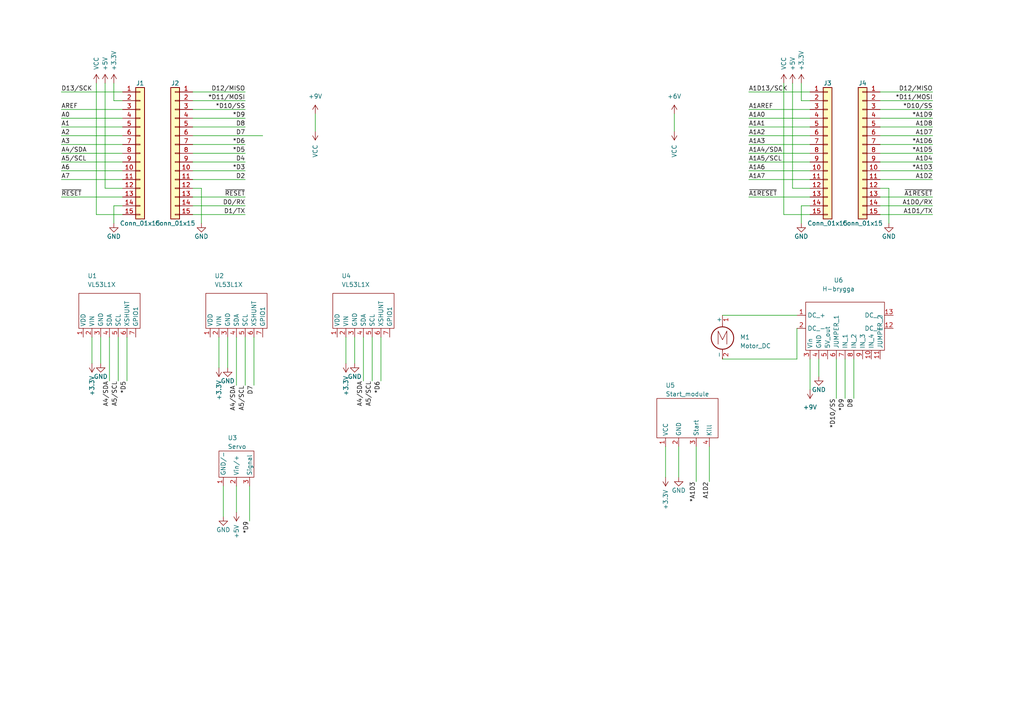
<source format=kicad_sch>
(kicad_sch (version 20211123) (generator eeschema)

  (uuid 0d35483a-0b12-46cc-b9f2-896fd6831779)

  (paper "A4")

  (title_block
    (date "sam. 04 avril 2015")
  )

  (lib_symbols
    (symbol "+3.3V_1" (power) (pin_names (offset 0)) (in_bom yes) (on_board yes)
      (property "Reference" "#PWR" (id 0) (at 0 -3.81 0)
        (effects (font (size 1.27 1.27)) hide)
      )
      (property "Value" "+3.3V_1" (id 1) (at 0 3.556 0)
        (effects (font (size 1.27 1.27)))
      )
      (property "Footprint" "" (id 2) (at 0 0 0)
        (effects (font (size 1.27 1.27)) hide)
      )
      (property "Datasheet" "" (id 3) (at 0 0 0)
        (effects (font (size 1.27 1.27)) hide)
      )
      (property "ki_keywords" "power-flag" (id 4) (at 0 0 0)
        (effects (font (size 1.27 1.27)) hide)
      )
      (property "ki_description" "Power symbol creates a global label with name \"+3.3V\"" (id 5) (at 0 0 0)
        (effects (font (size 1.27 1.27)) hide)
      )
      (symbol "+3.3V_1_0_1"
        (polyline
          (pts
            (xy -0.762 1.27)
            (xy 0 2.54)
          )
          (stroke (width 0) (type default) (color 0 0 0 0))
          (fill (type none))
        )
        (polyline
          (pts
            (xy 0 0)
            (xy 0 2.54)
          )
          (stroke (width 0) (type default) (color 0 0 0 0))
          (fill (type none))
        )
        (polyline
          (pts
            (xy 0 2.54)
            (xy 0.762 1.27)
          )
          (stroke (width 0) (type default) (color 0 0 0 0))
          (fill (type none))
        )
      )
      (symbol "+3.3V_1_1_1"
        (pin power_in line (at 0 0 90) (length 0) hide
          (name "+3.3V" (effects (font (size 1.27 1.27))))
          (number "1" (effects (font (size 1.27 1.27))))
        )
      )
    )
    (symbol "+3.3V_2" (power) (pin_names (offset 0)) (in_bom yes) (on_board yes)
      (property "Reference" "#PWR" (id 0) (at 0 -3.81 0)
        (effects (font (size 1.27 1.27)) hide)
      )
      (property "Value" "+3.3V_2" (id 1) (at 0 3.556 0)
        (effects (font (size 1.27 1.27)))
      )
      (property "Footprint" "" (id 2) (at 0 0 0)
        (effects (font (size 1.27 1.27)) hide)
      )
      (property "Datasheet" "" (id 3) (at 0 0 0)
        (effects (font (size 1.27 1.27)) hide)
      )
      (property "ki_keywords" "power-flag" (id 4) (at 0 0 0)
        (effects (font (size 1.27 1.27)) hide)
      )
      (property "ki_description" "Power symbol creates a global label with name \"+3.3V\"" (id 5) (at 0 0 0)
        (effects (font (size 1.27 1.27)) hide)
      )
      (symbol "+3.3V_2_0_1"
        (polyline
          (pts
            (xy -0.762 1.27)
            (xy 0 2.54)
          )
          (stroke (width 0) (type default) (color 0 0 0 0))
          (fill (type none))
        )
        (polyline
          (pts
            (xy 0 0)
            (xy 0 2.54)
          )
          (stroke (width 0) (type default) (color 0 0 0 0))
          (fill (type none))
        )
        (polyline
          (pts
            (xy 0 2.54)
            (xy 0.762 1.27)
          )
          (stroke (width 0) (type default) (color 0 0 0 0))
          (fill (type none))
        )
      )
      (symbol "+3.3V_2_1_1"
        (pin power_in line (at 0 0 90) (length 0) hide
          (name "+3.3V" (effects (font (size 1.27 1.27))))
          (number "1" (effects (font (size 1.27 1.27))))
        )
      )
    )
    (symbol "+3.3V_3" (power) (pin_names (offset 0)) (in_bom yes) (on_board yes)
      (property "Reference" "#PWR" (id 0) (at 0 -3.81 0)
        (effects (font (size 1.27 1.27)) hide)
      )
      (property "Value" "+3.3V_3" (id 1) (at 0 3.556 0)
        (effects (font (size 1.27 1.27)))
      )
      (property "Footprint" "" (id 2) (at 0 0 0)
        (effects (font (size 1.27 1.27)) hide)
      )
      (property "Datasheet" "" (id 3) (at 0 0 0)
        (effects (font (size 1.27 1.27)) hide)
      )
      (property "ki_keywords" "power-flag" (id 4) (at 0 0 0)
        (effects (font (size 1.27 1.27)) hide)
      )
      (property "ki_description" "Power symbol creates a global label with name \"+3.3V\"" (id 5) (at 0 0 0)
        (effects (font (size 1.27 1.27)) hide)
      )
      (symbol "+3.3V_3_0_1"
        (polyline
          (pts
            (xy -0.762 1.27)
            (xy 0 2.54)
          )
          (stroke (width 0) (type default) (color 0 0 0 0))
          (fill (type none))
        )
        (polyline
          (pts
            (xy 0 0)
            (xy 0 2.54)
          )
          (stroke (width 0) (type default) (color 0 0 0 0))
          (fill (type none))
        )
        (polyline
          (pts
            (xy 0 2.54)
            (xy 0.762 1.27)
          )
          (stroke (width 0) (type default) (color 0 0 0 0))
          (fill (type none))
        )
      )
      (symbol "+3.3V_3_1_1"
        (pin power_in line (at 0 0 90) (length 0) hide
          (name "+3.3V" (effects (font (size 1.27 1.27))))
          (number "1" (effects (font (size 1.27 1.27))))
        )
      )
    )
    (symbol "+3.3V_4" (power) (pin_names (offset 0)) (in_bom yes) (on_board yes)
      (property "Reference" "#PWR" (id 0) (at 0 -3.81 0)
        (effects (font (size 1.27 1.27)) hide)
      )
      (property "Value" "+3.3V_4" (id 1) (at 0 3.556 0)
        (effects (font (size 1.27 1.27)))
      )
      (property "Footprint" "" (id 2) (at 0 0 0)
        (effects (font (size 1.27 1.27)) hide)
      )
      (property "Datasheet" "" (id 3) (at 0 0 0)
        (effects (font (size 1.27 1.27)) hide)
      )
      (property "ki_keywords" "power-flag" (id 4) (at 0 0 0)
        (effects (font (size 1.27 1.27)) hide)
      )
      (property "ki_description" "Power symbol creates a global label with name \"+3.3V\"" (id 5) (at 0 0 0)
        (effects (font (size 1.27 1.27)) hide)
      )
      (symbol "+3.3V_4_0_1"
        (polyline
          (pts
            (xy -0.762 1.27)
            (xy 0 2.54)
          )
          (stroke (width 0) (type default) (color 0 0 0 0))
          (fill (type none))
        )
        (polyline
          (pts
            (xy 0 0)
            (xy 0 2.54)
          )
          (stroke (width 0) (type default) (color 0 0 0 0))
          (fill (type none))
        )
        (polyline
          (pts
            (xy 0 2.54)
            (xy 0.762 1.27)
          )
          (stroke (width 0) (type default) (color 0 0 0 0))
          (fill (type none))
        )
      )
      (symbol "+3.3V_4_1_1"
        (pin power_in line (at 0 0 90) (length 0) hide
          (name "+3.3V" (effects (font (size 1.27 1.27))))
          (number "1" (effects (font (size 1.27 1.27))))
        )
      )
    )
    (symbol "+3.3V_5" (power) (pin_names (offset 0)) (in_bom yes) (on_board yes)
      (property "Reference" "#PWR" (id 0) (at 0 -3.81 0)
        (effects (font (size 1.27 1.27)) hide)
      )
      (property "Value" "+3.3V_5" (id 1) (at 0 3.556 0)
        (effects (font (size 1.27 1.27)))
      )
      (property "Footprint" "" (id 2) (at 0 0 0)
        (effects (font (size 1.27 1.27)) hide)
      )
      (property "Datasheet" "" (id 3) (at 0 0 0)
        (effects (font (size 1.27 1.27)) hide)
      )
      (property "ki_keywords" "power-flag" (id 4) (at 0 0 0)
        (effects (font (size 1.27 1.27)) hide)
      )
      (property "ki_description" "Power symbol creates a global label with name \"+3.3V\"" (id 5) (at 0 0 0)
        (effects (font (size 1.27 1.27)) hide)
      )
      (symbol "+3.3V_5_0_1"
        (polyline
          (pts
            (xy -0.762 1.27)
            (xy 0 2.54)
          )
          (stroke (width 0) (type default) (color 0 0 0 0))
          (fill (type none))
        )
        (polyline
          (pts
            (xy 0 0)
            (xy 0 2.54)
          )
          (stroke (width 0) (type default) (color 0 0 0 0))
          (fill (type none))
        )
        (polyline
          (pts
            (xy 0 2.54)
            (xy 0.762 1.27)
          )
          (stroke (width 0) (type default) (color 0 0 0 0))
          (fill (type none))
        )
      )
      (symbol "+3.3V_5_1_1"
        (pin power_in line (at 0 0 90) (length 0) hide
          (name "+3.3V" (effects (font (size 1.27 1.27))))
          (number "1" (effects (font (size 1.27 1.27))))
        )
      )
    )
    (symbol "Connector_Generic:Conn_01x15" (pin_names (offset 1.016) hide) (in_bom yes) (on_board yes)
      (property "Reference" "J" (id 0) (at 0 20.32 0)
        (effects (font (size 1.27 1.27)))
      )
      (property "Value" "Conn_01x15" (id 1) (at 0 -20.32 0)
        (effects (font (size 1.27 1.27)))
      )
      (property "Footprint" "" (id 2) (at 0 0 0)
        (effects (font (size 1.27 1.27)) hide)
      )
      (property "Datasheet" "~" (id 3) (at 0 0 0)
        (effects (font (size 1.27 1.27)) hide)
      )
      (property "ki_keywords" "connector" (id 4) (at 0 0 0)
        (effects (font (size 1.27 1.27)) hide)
      )
      (property "ki_description" "Generic connector, single row, 01x15, script generated (kicad-library-utils/schlib/autogen/connector/)" (id 5) (at 0 0 0)
        (effects (font (size 1.27 1.27)) hide)
      )
      (property "ki_fp_filters" "Connector*:*_1x??_*" (id 6) (at 0 0 0)
        (effects (font (size 1.27 1.27)) hide)
      )
      (symbol "Conn_01x15_1_1"
        (rectangle (start -1.27 -17.653) (end 0 -17.907)
          (stroke (width 0.1524) (type default) (color 0 0 0 0))
          (fill (type none))
        )
        (rectangle (start -1.27 -15.113) (end 0 -15.367)
          (stroke (width 0.1524) (type default) (color 0 0 0 0))
          (fill (type none))
        )
        (rectangle (start -1.27 -12.573) (end 0 -12.827)
          (stroke (width 0.1524) (type default) (color 0 0 0 0))
          (fill (type none))
        )
        (rectangle (start -1.27 -10.033) (end 0 -10.287)
          (stroke (width 0.1524) (type default) (color 0 0 0 0))
          (fill (type none))
        )
        (rectangle (start -1.27 -7.493) (end 0 -7.747)
          (stroke (width 0.1524) (type default) (color 0 0 0 0))
          (fill (type none))
        )
        (rectangle (start -1.27 -4.953) (end 0 -5.207)
          (stroke (width 0.1524) (type default) (color 0 0 0 0))
          (fill (type none))
        )
        (rectangle (start -1.27 -2.413) (end 0 -2.667)
          (stroke (width 0.1524) (type default) (color 0 0 0 0))
          (fill (type none))
        )
        (rectangle (start -1.27 0.127) (end 0 -0.127)
          (stroke (width 0.1524) (type default) (color 0 0 0 0))
          (fill (type none))
        )
        (rectangle (start -1.27 2.667) (end 0 2.413)
          (stroke (width 0.1524) (type default) (color 0 0 0 0))
          (fill (type none))
        )
        (rectangle (start -1.27 5.207) (end 0 4.953)
          (stroke (width 0.1524) (type default) (color 0 0 0 0))
          (fill (type none))
        )
        (rectangle (start -1.27 7.747) (end 0 7.493)
          (stroke (width 0.1524) (type default) (color 0 0 0 0))
          (fill (type none))
        )
        (rectangle (start -1.27 10.287) (end 0 10.033)
          (stroke (width 0.1524) (type default) (color 0 0 0 0))
          (fill (type none))
        )
        (rectangle (start -1.27 12.827) (end 0 12.573)
          (stroke (width 0.1524) (type default) (color 0 0 0 0))
          (fill (type none))
        )
        (rectangle (start -1.27 15.367) (end 0 15.113)
          (stroke (width 0.1524) (type default) (color 0 0 0 0))
          (fill (type none))
        )
        (rectangle (start -1.27 17.907) (end 0 17.653)
          (stroke (width 0.1524) (type default) (color 0 0 0 0))
          (fill (type none))
        )
        (rectangle (start -1.27 19.05) (end 1.27 -19.05)
          (stroke (width 0.254) (type default) (color 0 0 0 0))
          (fill (type background))
        )
        (pin passive line (at -5.08 17.78 0) (length 3.81)
          (name "Pin_1" (effects (font (size 1.27 1.27))))
          (number "1" (effects (font (size 1.27 1.27))))
        )
        (pin passive line (at -5.08 -5.08 0) (length 3.81)
          (name "Pin_10" (effects (font (size 1.27 1.27))))
          (number "10" (effects (font (size 1.27 1.27))))
        )
        (pin passive line (at -5.08 -7.62 0) (length 3.81)
          (name "Pin_11" (effects (font (size 1.27 1.27))))
          (number "11" (effects (font (size 1.27 1.27))))
        )
        (pin passive line (at -5.08 -10.16 0) (length 3.81)
          (name "Pin_12" (effects (font (size 1.27 1.27))))
          (number "12" (effects (font (size 1.27 1.27))))
        )
        (pin passive line (at -5.08 -12.7 0) (length 3.81)
          (name "Pin_13" (effects (font (size 1.27 1.27))))
          (number "13" (effects (font (size 1.27 1.27))))
        )
        (pin passive line (at -5.08 -15.24 0) (length 3.81)
          (name "Pin_14" (effects (font (size 1.27 1.27))))
          (number "14" (effects (font (size 1.27 1.27))))
        )
        (pin passive line (at -5.08 -17.78 0) (length 3.81)
          (name "Pin_15" (effects (font (size 1.27 1.27))))
          (number "15" (effects (font (size 1.27 1.27))))
        )
        (pin passive line (at -5.08 15.24 0) (length 3.81)
          (name "Pin_2" (effects (font (size 1.27 1.27))))
          (number "2" (effects (font (size 1.27 1.27))))
        )
        (pin passive line (at -5.08 12.7 0) (length 3.81)
          (name "Pin_3" (effects (font (size 1.27 1.27))))
          (number "3" (effects (font (size 1.27 1.27))))
        )
        (pin passive line (at -5.08 10.16 0) (length 3.81)
          (name "Pin_4" (effects (font (size 1.27 1.27))))
          (number "4" (effects (font (size 1.27 1.27))))
        )
        (pin passive line (at -5.08 7.62 0) (length 3.81)
          (name "Pin_5" (effects (font (size 1.27 1.27))))
          (number "5" (effects (font (size 1.27 1.27))))
        )
        (pin passive line (at -5.08 5.08 0) (length 3.81)
          (name "Pin_6" (effects (font (size 1.27 1.27))))
          (number "6" (effects (font (size 1.27 1.27))))
        )
        (pin passive line (at -5.08 2.54 0) (length 3.81)
          (name "Pin_7" (effects (font (size 1.27 1.27))))
          (number "7" (effects (font (size 1.27 1.27))))
        )
        (pin passive line (at -5.08 0 0) (length 3.81)
          (name "Pin_8" (effects (font (size 1.27 1.27))))
          (number "8" (effects (font (size 1.27 1.27))))
        )
        (pin passive line (at -5.08 -2.54 0) (length 3.81)
          (name "Pin_9" (effects (font (size 1.27 1.27))))
          (number "9" (effects (font (size 1.27 1.27))))
        )
      )
    )
    (symbol "Death_By_Table:H-brygga" (in_bom yes) (on_board yes)
      (property "Reference" "U6" (id 0) (at 0.635 12.7 0)
        (effects (font (size 1.27 1.27)))
      )
      (property "Value" "H-brygga" (id 1) (at 0.635 10.16 0)
        (effects (font (size 1.27 1.27)))
      )
      (property "Footprint" "Death_by_table:H-brygga" (id 2) (at 0 0 0)
        (effects (font (size 1.27 1.27)) hide)
      )
      (property "Datasheet" "" (id 3) (at 0 0 0)
        (effects (font (size 1.27 1.27)) hide)
      )
      (symbol "H-brygga_0_1"
        (rectangle (start 13.97 6.35) (end -8.89 -7.62)
          (stroke (width 0) (type default) (color 0 0 0 0))
          (fill (type none))
        )
      )
      (symbol "H-brygga_1_1"
        (pin power_out line (at -11.43 2.54 0) (length 2.54)
          (name "DC_+" (effects (font (size 1.27 1.27))))
          (number "1" (effects (font (size 1.27 1.27))))
        )
        (pin input line (at 10.16 -10.16 90) (length 2.54)
          (name "IN_4" (effects (font (size 1.27 1.27))))
          (number "10" (effects (font (size 1.27 1.27))))
        )
        (pin input line (at 12.7 -10.16 90) (length 2.54)
          (name "JUMPER_2" (effects (font (size 1.27 1.27))))
          (number "11" (effects (font (size 1.27 1.27))))
        )
        (pin power_out line (at 16.51 -1.27 180) (length 2.54)
          (name "DC_+" (effects (font (size 1.27 1.27))))
          (number "12" (effects (font (size 1.27 1.27))))
        )
        (pin power_out line (at 16.51 2.54 180) (length 2.54)
          (name "DC_-" (effects (font (size 1.27 1.27))))
          (number "13" (effects (font (size 1.27 1.27))))
        )
        (pin power_out line (at -11.43 -1.27 0) (length 2.54)
          (name "DC_-" (effects (font (size 1.27 1.27))))
          (number "2" (effects (font (size 1.27 1.27))))
        )
        (pin power_in line (at -7.62 -10.16 90) (length 2.54)
          (name "Vin" (effects (font (size 1.27 1.27))))
          (number "3" (effects (font (size 1.27 1.27))))
        )
        (pin power_in line (at -5.08 -10.16 90) (length 2.54)
          (name "GND" (effects (font (size 1.27 1.27))))
          (number "4" (effects (font (size 1.27 1.27))))
        )
        (pin power_out line (at -2.54 -10.16 90) (length 2.54)
          (name "5V_out" (effects (font (size 1.27 1.27))))
          (number "5" (effects (font (size 1.27 1.27))))
        )
        (pin input line (at 0 -10.16 90) (length 2.54)
          (name "JUMPER_1" (effects (font (size 1.27 1.27))))
          (number "6" (effects (font (size 1.27 1.27))))
        )
        (pin input line (at 2.54 -10.16 90) (length 2.54)
          (name "IN_1" (effects (font (size 1.27 1.27))))
          (number "7" (effects (font (size 1.27 1.27))))
        )
        (pin input line (at 5.08 -10.16 90) (length 2.54)
          (name "IN_2" (effects (font (size 1.27 1.27))))
          (number "8" (effects (font (size 1.27 1.27))))
        )
        (pin input line (at 7.62 -10.16 90) (length 2.54)
          (name "IN_3" (effects (font (size 1.27 1.27))))
          (number "9" (effects (font (size 1.27 1.27))))
        )
      )
      (symbol "H-brygga_1_2"
        (pin power_out line (at -2.54 -7.62 270) (length 2.54)
          (name "5V_out" (effects (font (size 1.27 1.27))))
          (number "" (effects (font (size 1.27 1.27))))
        )
        (pin power_out line (at -8.89 0 180) (length 2.54)
          (name "DC_+" (effects (font (size 1.27 1.27))))
          (number "" (effects (font (size 1.27 1.27))))
        )
        (pin power_out line (at 10.16 -3.81 0) (length 2.54)
          (name "DC_+" (effects (font (size 1.27 1.27))))
          (number "" (effects (font (size 1.27 1.27))))
        )
        (pin power_out line (at -8.89 -3.81 180) (length 2.54)
          (name "DC_-" (effects (font (size 1.27 1.27))))
          (number "" (effects (font (size 1.27 1.27))))
        )
        (pin power_out line (at 10.16 0 0) (length 2.54)
          (name "DC_-" (effects (font (size 1.27 1.27))))
          (number "" (effects (font (size 1.27 1.27))))
        )
        (pin power_in line (at -5.08 -7.62 270) (length 2.54)
          (name "GND" (effects (font (size 1.27 1.27))))
          (number "" (effects (font (size 1.27 1.27))))
        )
        (pin input line (at 1.27 -7.62 270) (length 2.54)
          (name "IN_1" (effects (font (size 1.27 1.27))))
          (number "" (effects (font (size 1.27 1.27))))
        )
        (pin input line (at 3.81 -7.62 270) (length 2.54)
          (name "IN_2" (effects (font (size 1.27 1.27))))
          (number "" (effects (font (size 1.27 1.27))))
        )
        (pin input line (at 6.35 -7.62 270) (length 2.54)
          (name "IN_3" (effects (font (size 1.27 1.27))))
          (number "" (effects (font (size 1.27 1.27))))
        )
        (pin input line (at 8.89 -7.62 270) (length 2.54)
          (name "IN_4" (effects (font (size 1.27 1.27))))
          (number "" (effects (font (size 1.27 1.27))))
        )
        (pin power_in line (at -7.62 -7.62 270) (length 2.54)
          (name "Vin" (effects (font (size 1.27 1.27))))
          (number "" (effects (font (size 1.27 1.27))))
        )
      )
    )
    (symbol "Death_By_Table:Servo" (in_bom yes) (on_board yes)
      (property "Reference" "U3" (id 0) (at -2.54 8.89 0)
        (effects (font (size 1.27 1.27)) (justify left))
      )
      (property "Value" "Servo" (id 1) (at -2.54 6.35 0)
        (effects (font (size 1.27 1.27)) (justify left))
      )
      (property "Footprint" "Connector_PinHeader_2.54mm:PinHeader_1x03_P2.54mm_Vertical" (id 2) (at 0 0 0)
        (effects (font (size 1.27 1.27)) hide)
      )
      (property "Datasheet" "" (id 3) (at 0 0 0)
        (effects (font (size 1.27 1.27)) hide)
      )
      (symbol "Servo_0_1"
        (rectangle (start 5.08 -2.54) (end -5.08 5.08)
          (stroke (width 0) (type default) (color 0 0 0 0))
          (fill (type none))
        )
      )
      (symbol "Servo_1_1"
        (pin power_in line (at -3.81 -5.08 90) (length 2.54)
          (name "GND/-" (effects (font (size 1.27 1.27))))
          (number "1" (effects (font (size 1.27 1.27))))
        )
        (pin power_in line (at 0 -5.08 90) (length 2.54)
          (name "Vin/+" (effects (font (size 1.27 1.27))))
          (number "2" (effects (font (size 1.27 1.27))))
        )
        (pin input line (at 3.81 -5.08 90) (length 2.54)
          (name "Signal" (effects (font (size 1.27 1.27))))
          (number "3" (effects (font (size 1.27 1.27))))
        )
      )
    )
    (symbol "Death_By_Table:Start_module" (in_bom yes) (on_board yes)
      (property "Reference" "U5" (id 0) (at -6.35 10.16 0)
        (effects (font (size 1.27 1.27)) (justify left))
      )
      (property "Value" "Start_module" (id 1) (at -6.35 7.62 0)
        (effects (font (size 1.27 1.27)) (justify left))
      )
      (property "Footprint" "Connector_PinHeader_2.54mm:PinHeader_1x04_P2.54mm_Vertical" (id 2) (at 0 0 0)
        (effects (font (size 1.27 1.27)) hide)
      )
      (property "Datasheet" "" (id 3) (at 0 0 0)
        (effects (font (size 1.27 1.27)) hide)
      )
      (symbol "Start_module_0_1"
        (rectangle (start 8.89 -5.08) (end -8.89 6.35)
          (stroke (width 0) (type default) (color 0 0 0 0))
          (fill (type none))
        )
      )
      (symbol "Start_module_1_1"
        (pin input line (at -6.35 -7.62 90) (length 2.54)
          (name "VCC" (effects (font (size 1.27 1.27))))
          (number "1" (effects (font (size 1.27 1.27))))
        )
        (pin input line (at -2.54 -7.62 90) (length 2.54)
          (name "GND" (effects (font (size 1.27 1.27))))
          (number "2" (effects (font (size 1.27 1.27))))
        )
        (pin input line (at 2.54 -7.62 90) (length 2.54)
          (name "Start" (effects (font (size 1.27 1.27))))
          (number "3" (effects (font (size 1.27 1.27))))
        )
        (pin input line (at 6.35 -7.62 90) (length 2.54)
          (name "Kill" (effects (font (size 1.27 1.27))))
          (number "4" (effects (font (size 1.27 1.27))))
        )
      )
    )
    (symbol "Death_By_Table:VL53L1X" (in_bom yes) (on_board yes)
      (property "Reference" "U2" (id 0) (at -6.35 10.16 0)
        (effects (font (size 1.27 1.27)) (justify left))
      )
      (property "Value" "VL53L1X" (id 1) (at -6.35 7.62 0)
        (effects (font (size 1.27 1.27)) (justify left))
      )
      (property "Footprint" "Death_by_table:VL53L1x" (id 2) (at 0 0 0)
        (effects (font (size 1.27 1.27)) hide)
      )
      (property "Datasheet" "" (id 3) (at 0 0 0)
        (effects (font (size 1.27 1.27)) hide)
      )
      (symbol "VL53L1X_0_1"
        (rectangle (start -8.89 5.08) (end 8.89 -5.08)
          (stroke (width 0) (type default) (color 0 0 0 0))
          (fill (type none))
        )
      )
      (symbol "VL53L1X_1_1"
        (pin power_out line (at -7.62 -7.62 90) (length 2.54)
          (name "VDD" (effects (font (size 1.27 1.27))))
          (number "1" (effects (font (size 1.27 1.27))))
        )
        (pin power_in line (at -5.08 -7.62 90) (length 2.54)
          (name "VIN" (effects (font (size 1.27 1.27))))
          (number "2" (effects (font (size 1.27 1.27))))
        )
        (pin power_in line (at -2.54 -7.62 90) (length 2.54)
          (name "GND" (effects (font (size 1.27 1.27))))
          (number "3" (effects (font (size 1.27 1.27))))
        )
        (pin bidirectional line (at 0 -7.62 90) (length 2.54)
          (name "SDA" (effects (font (size 1.27 1.27))))
          (number "4" (effects (font (size 1.27 1.27))))
        )
        (pin input line (at 2.54 -7.62 90) (length 2.54)
          (name "SCL" (effects (font (size 1.27 1.27))))
          (number "5" (effects (font (size 1.27 1.27))))
        )
        (pin input line (at 5.08 -7.62 90) (length 2.54)
          (name "XSHUNT" (effects (font (size 1.27 1.27))))
          (number "6" (effects (font (size 1.27 1.27))))
        )
        (pin bidirectional line (at 7.62 -7.62 90) (length 2.54)
          (name "GPIO1" (effects (font (size 1.27 1.27))))
          (number "7" (effects (font (size 1.27 1.27))))
        )
      )
    )
    (symbol "Motor:Motor_DC" (pin_names (offset 0)) (in_bom yes) (on_board yes)
      (property "Reference" "M" (id 0) (at 2.54 2.54 0)
        (effects (font (size 1.27 1.27)) (justify left))
      )
      (property "Value" "Motor_DC" (id 1) (at 2.54 -5.08 0)
        (effects (font (size 1.27 1.27)) (justify left top))
      )
      (property "Footprint" "" (id 2) (at 0 -2.286 0)
        (effects (font (size 1.27 1.27)) hide)
      )
      (property "Datasheet" "~" (id 3) (at 0 -2.286 0)
        (effects (font (size 1.27 1.27)) hide)
      )
      (property "ki_keywords" "DC Motor" (id 4) (at 0 0 0)
        (effects (font (size 1.27 1.27)) hide)
      )
      (property "ki_description" "DC Motor" (id 5) (at 0 0 0)
        (effects (font (size 1.27 1.27)) hide)
      )
      (property "ki_fp_filters" "PinHeader*P2.54mm* TerminalBlock*" (id 6) (at 0 0 0)
        (effects (font (size 1.27 1.27)) hide)
      )
      (symbol "Motor_DC_0_0"
        (polyline
          (pts
            (xy -1.27 -3.302)
            (xy -1.27 0.508)
            (xy 0 -2.032)
            (xy 1.27 0.508)
            (xy 1.27 -3.302)
          )
          (stroke (width 0) (type default) (color 0 0 0 0))
          (fill (type none))
        )
      )
      (symbol "Motor_DC_0_1"
        (circle (center 0 -1.524) (radius 3.2512)
          (stroke (width 0.254) (type default) (color 0 0 0 0))
          (fill (type none))
        )
        (polyline
          (pts
            (xy 0 -7.62)
            (xy 0 -7.112)
          )
          (stroke (width 0) (type default) (color 0 0 0 0))
          (fill (type none))
        )
        (polyline
          (pts
            (xy 0 -4.7752)
            (xy 0 -5.1816)
          )
          (stroke (width 0) (type default) (color 0 0 0 0))
          (fill (type none))
        )
        (polyline
          (pts
            (xy 0 1.7272)
            (xy 0 2.0828)
          )
          (stroke (width 0) (type default) (color 0 0 0 0))
          (fill (type none))
        )
        (polyline
          (pts
            (xy 0 2.032)
            (xy 0 2.54)
          )
          (stroke (width 0) (type default) (color 0 0 0 0))
          (fill (type none))
        )
      )
      (symbol "Motor_DC_1_1"
        (pin passive line (at 0 5.08 270) (length 2.54)
          (name "+" (effects (font (size 1.27 1.27))))
          (number "1" (effects (font (size 1.27 1.27))))
        )
        (pin passive line (at 0 -7.62 90) (length 2.54)
          (name "-" (effects (font (size 1.27 1.27))))
          (number "2" (effects (font (size 1.27 1.27))))
        )
      )
    )
    (symbol "VL53L1X_1" (in_bom yes) (on_board yes)
      (property "Reference" "U1" (id 0) (at -6.35 10.16 0)
        (effects (font (size 1.27 1.27)) (justify left))
      )
      (property "Value" "VL53L1X" (id 1) (at -6.35 7.62 0)
        (effects (font (size 1.27 1.27)) (justify left))
      )
      (property "Footprint" "Death_by_table:VL53L1x" (id 2) (at 0 0 0)
        (effects (font (size 1.27 1.27)) hide)
      )
      (property "Datasheet" "" (id 3) (at 0 0 0)
        (effects (font (size 1.27 1.27)) hide)
      )
      (symbol "VL53L1X_1_0_1"
        (rectangle (start -8.89 5.08) (end 8.89 -5.08)
          (stroke (width 0) (type default) (color 0 0 0 0))
          (fill (type none))
        )
      )
      (symbol "VL53L1X_1_1_1"
        (pin power_out line (at -7.62 -7.62 90) (length 2.54)
          (name "VDD" (effects (font (size 1.27 1.27))))
          (number "1" (effects (font (size 1.27 1.27))))
        )
        (pin power_in line (at -5.08 -7.62 90) (length 2.54)
          (name "VIN" (effects (font (size 1.27 1.27))))
          (number "2" (effects (font (size 1.27 1.27))))
        )
        (pin power_in line (at -2.54 -7.62 90) (length 2.54)
          (name "GND" (effects (font (size 1.27 1.27))))
          (number "3" (effects (font (size 1.27 1.27))))
        )
        (pin bidirectional line (at 0 -7.62 90) (length 2.54)
          (name "SDA" (effects (font (size 1.27 1.27))))
          (number "4" (effects (font (size 1.27 1.27))))
        )
        (pin input line (at 2.54 -7.62 90) (length 2.54)
          (name "SCL" (effects (font (size 1.27 1.27))))
          (number "5" (effects (font (size 1.27 1.27))))
        )
        (pin input line (at 5.08 -7.62 90) (length 2.54)
          (name "XSHUNT" (effects (font (size 1.27 1.27))))
          (number "6" (effects (font (size 1.27 1.27))))
        )
        (pin bidirectional line (at 7.62 -7.62 90) (length 2.54)
          (name "GPIO1" (effects (font (size 1.27 1.27))))
          (number "7" (effects (font (size 1.27 1.27))))
        )
      )
    )
    (symbol "VL53L1X_2" (in_bom yes) (on_board yes)
      (property "Reference" "U4" (id 0) (at -6.35 10.16 0)
        (effects (font (size 1.27 1.27)) (justify left))
      )
      (property "Value" "VL53L1X" (id 1) (at -6.35 7.62 0)
        (effects (font (size 1.27 1.27)) (justify left))
      )
      (property "Footprint" "Death_by_table:VL53L1x" (id 2) (at 0 0 0)
        (effects (font (size 1.27 1.27)) hide)
      )
      (property "Datasheet" "" (id 3) (at 0 0 0)
        (effects (font (size 1.27 1.27)) hide)
      )
      (symbol "VL53L1X_2_0_1"
        (rectangle (start -8.89 5.08) (end 8.89 -5.08)
          (stroke (width 0) (type default) (color 0 0 0 0))
          (fill (type none))
        )
      )
      (symbol "VL53L1X_2_1_1"
        (pin power_out line (at -7.62 -7.62 90) (length 2.54)
          (name "VDD" (effects (font (size 1.27 1.27))))
          (number "1" (effects (font (size 1.27 1.27))))
        )
        (pin power_in line (at -5.08 -7.62 90) (length 2.54)
          (name "VIN" (effects (font (size 1.27 1.27))))
          (number "2" (effects (font (size 1.27 1.27))))
        )
        (pin power_in line (at -2.54 -7.62 90) (length 2.54)
          (name "GND" (effects (font (size 1.27 1.27))))
          (number "3" (effects (font (size 1.27 1.27))))
        )
        (pin bidirectional line (at 0 -7.62 90) (length 2.54)
          (name "SDA" (effects (font (size 1.27 1.27))))
          (number "4" (effects (font (size 1.27 1.27))))
        )
        (pin input line (at 2.54 -7.62 90) (length 2.54)
          (name "SCL" (effects (font (size 1.27 1.27))))
          (number "5" (effects (font (size 1.27 1.27))))
        )
        (pin input line (at 5.08 -7.62 90) (length 2.54)
          (name "XSHUNT" (effects (font (size 1.27 1.27))))
          (number "6" (effects (font (size 1.27 1.27))))
        )
        (pin bidirectional line (at 7.62 -7.62 90) (length 2.54)
          (name "GPIO1" (effects (font (size 1.27 1.27))))
          (number "7" (effects (font (size 1.27 1.27))))
        )
      )
    )
    (symbol "power:+3.3V" (power) (pin_names (offset 0)) (in_bom yes) (on_board yes)
      (property "Reference" "#PWR" (id 0) (at 0 -3.81 0)
        (effects (font (size 1.27 1.27)) hide)
      )
      (property "Value" "+3.3V" (id 1) (at 0 3.556 0)
        (effects (font (size 1.27 1.27)))
      )
      (property "Footprint" "" (id 2) (at 0 0 0)
        (effects (font (size 1.27 1.27)) hide)
      )
      (property "Datasheet" "" (id 3) (at 0 0 0)
        (effects (font (size 1.27 1.27)) hide)
      )
      (property "ki_keywords" "power-flag" (id 4) (at 0 0 0)
        (effects (font (size 1.27 1.27)) hide)
      )
      (property "ki_description" "Power symbol creates a global label with name \"+3.3V\"" (id 5) (at 0 0 0)
        (effects (font (size 1.27 1.27)) hide)
      )
      (symbol "+3.3V_0_1"
        (polyline
          (pts
            (xy -0.762 1.27)
            (xy 0 2.54)
          )
          (stroke (width 0) (type default) (color 0 0 0 0))
          (fill (type none))
        )
        (polyline
          (pts
            (xy 0 0)
            (xy 0 2.54)
          )
          (stroke (width 0) (type default) (color 0 0 0 0))
          (fill (type none))
        )
        (polyline
          (pts
            (xy 0 2.54)
            (xy 0.762 1.27)
          )
          (stroke (width 0) (type default) (color 0 0 0 0))
          (fill (type none))
        )
      )
      (symbol "+3.3V_1_1"
        (pin power_in line (at 0 0 90) (length 0) hide
          (name "+3.3V" (effects (font (size 1.27 1.27))))
          (number "1" (effects (font (size 1.27 1.27))))
        )
      )
    )
    (symbol "power:+5V" (power) (pin_names (offset 0)) (in_bom yes) (on_board yes)
      (property "Reference" "#PWR" (id 0) (at 0 -3.81 0)
        (effects (font (size 1.27 1.27)) hide)
      )
      (property "Value" "+5V" (id 1) (at 0 3.556 0)
        (effects (font (size 1.27 1.27)))
      )
      (property "Footprint" "" (id 2) (at 0 0 0)
        (effects (font (size 1.27 1.27)) hide)
      )
      (property "Datasheet" "" (id 3) (at 0 0 0)
        (effects (font (size 1.27 1.27)) hide)
      )
      (property "ki_keywords" "power-flag" (id 4) (at 0 0 0)
        (effects (font (size 1.27 1.27)) hide)
      )
      (property "ki_description" "Power symbol creates a global label with name \"+5V\"" (id 5) (at 0 0 0)
        (effects (font (size 1.27 1.27)) hide)
      )
      (symbol "+5V_0_1"
        (polyline
          (pts
            (xy -0.762 1.27)
            (xy 0 2.54)
          )
          (stroke (width 0) (type default) (color 0 0 0 0))
          (fill (type none))
        )
        (polyline
          (pts
            (xy 0 0)
            (xy 0 2.54)
          )
          (stroke (width 0) (type default) (color 0 0 0 0))
          (fill (type none))
        )
        (polyline
          (pts
            (xy 0 2.54)
            (xy 0.762 1.27)
          )
          (stroke (width 0) (type default) (color 0 0 0 0))
          (fill (type none))
        )
      )
      (symbol "+5V_1_1"
        (pin power_in line (at 0 0 90) (length 0) hide
          (name "+5V" (effects (font (size 1.27 1.27))))
          (number "1" (effects (font (size 1.27 1.27))))
        )
      )
    )
    (symbol "power:+6V" (power) (pin_names (offset 0)) (in_bom yes) (on_board yes)
      (property "Reference" "#PWR" (id 0) (at 0 -3.81 0)
        (effects (font (size 1.27 1.27)) hide)
      )
      (property "Value" "+6V" (id 1) (at 0 3.556 0)
        (effects (font (size 1.27 1.27)))
      )
      (property "Footprint" "" (id 2) (at 0 0 0)
        (effects (font (size 1.27 1.27)) hide)
      )
      (property "Datasheet" "" (id 3) (at 0 0 0)
        (effects (font (size 1.27 1.27)) hide)
      )
      (property "ki_keywords" "power-flag" (id 4) (at 0 0 0)
        (effects (font (size 1.27 1.27)) hide)
      )
      (property "ki_description" "Power symbol creates a global label with name \"+6V\"" (id 5) (at 0 0 0)
        (effects (font (size 1.27 1.27)) hide)
      )
      (symbol "+6V_0_1"
        (polyline
          (pts
            (xy -0.762 1.27)
            (xy 0 2.54)
          )
          (stroke (width 0) (type default) (color 0 0 0 0))
          (fill (type none))
        )
        (polyline
          (pts
            (xy 0 0)
            (xy 0 2.54)
          )
          (stroke (width 0) (type default) (color 0 0 0 0))
          (fill (type none))
        )
        (polyline
          (pts
            (xy 0 2.54)
            (xy 0.762 1.27)
          )
          (stroke (width 0) (type default) (color 0 0 0 0))
          (fill (type none))
        )
      )
      (symbol "+6V_1_1"
        (pin power_in line (at 0 0 90) (length 0) hide
          (name "+6V" (effects (font (size 1.27 1.27))))
          (number "1" (effects (font (size 1.27 1.27))))
        )
      )
    )
    (symbol "power:+9V" (power) (pin_names (offset 0)) (in_bom yes) (on_board yes)
      (property "Reference" "#PWR" (id 0) (at 0 -3.81 0)
        (effects (font (size 1.27 1.27)) hide)
      )
      (property "Value" "+9V" (id 1) (at 0 3.556 0)
        (effects (font (size 1.27 1.27)))
      )
      (property "Footprint" "" (id 2) (at 0 0 0)
        (effects (font (size 1.27 1.27)) hide)
      )
      (property "Datasheet" "" (id 3) (at 0 0 0)
        (effects (font (size 1.27 1.27)) hide)
      )
      (property "ki_keywords" "power-flag" (id 4) (at 0 0 0)
        (effects (font (size 1.27 1.27)) hide)
      )
      (property "ki_description" "Power symbol creates a global label with name \"+9V\"" (id 5) (at 0 0 0)
        (effects (font (size 1.27 1.27)) hide)
      )
      (symbol "+9V_0_1"
        (polyline
          (pts
            (xy -0.762 1.27)
            (xy 0 2.54)
          )
          (stroke (width 0) (type default) (color 0 0 0 0))
          (fill (type none))
        )
        (polyline
          (pts
            (xy 0 0)
            (xy 0 2.54)
          )
          (stroke (width 0) (type default) (color 0 0 0 0))
          (fill (type none))
        )
        (polyline
          (pts
            (xy 0 2.54)
            (xy 0.762 1.27)
          )
          (stroke (width 0) (type default) (color 0 0 0 0))
          (fill (type none))
        )
      )
      (symbol "+9V_1_1"
        (pin power_in line (at 0 0 90) (length 0) hide
          (name "+9V" (effects (font (size 1.27 1.27))))
          (number "1" (effects (font (size 1.27 1.27))))
        )
      )
    )
    (symbol "power:GND" (power) (pin_names (offset 0)) (in_bom yes) (on_board yes)
      (property "Reference" "#PWR" (id 0) (at 0 -6.35 0)
        (effects (font (size 1.27 1.27)) hide)
      )
      (property "Value" "GND" (id 1) (at 0 -3.81 0)
        (effects (font (size 1.27 1.27)))
      )
      (property "Footprint" "" (id 2) (at 0 0 0)
        (effects (font (size 1.27 1.27)) hide)
      )
      (property "Datasheet" "" (id 3) (at 0 0 0)
        (effects (font (size 1.27 1.27)) hide)
      )
      (property "ki_keywords" "power-flag" (id 4) (at 0 0 0)
        (effects (font (size 1.27 1.27)) hide)
      )
      (property "ki_description" "Power symbol creates a global label with name \"GND\" , ground" (id 5) (at 0 0 0)
        (effects (font (size 1.27 1.27)) hide)
      )
      (symbol "GND_0_1"
        (polyline
          (pts
            (xy 0 0)
            (xy 0 -1.27)
            (xy 1.27 -1.27)
            (xy 0 -2.54)
            (xy -1.27 -1.27)
            (xy 0 -1.27)
          )
          (stroke (width 0) (type default) (color 0 0 0 0))
          (fill (type none))
        )
      )
      (symbol "GND_1_1"
        (pin power_in line (at 0 0 270) (length 0) hide
          (name "GND" (effects (font (size 1.27 1.27))))
          (number "1" (effects (font (size 1.27 1.27))))
        )
      )
    )
    (symbol "power:VCC" (power) (pin_names (offset 0)) (in_bom yes) (on_board yes)
      (property "Reference" "#PWR" (id 0) (at 0 -3.81 0)
        (effects (font (size 1.27 1.27)) hide)
      )
      (property "Value" "VCC" (id 1) (at 0 3.81 0)
        (effects (font (size 1.27 1.27)))
      )
      (property "Footprint" "" (id 2) (at 0 0 0)
        (effects (font (size 1.27 1.27)) hide)
      )
      (property "Datasheet" "" (id 3) (at 0 0 0)
        (effects (font (size 1.27 1.27)) hide)
      )
      (property "ki_keywords" "power-flag" (id 4) (at 0 0 0)
        (effects (font (size 1.27 1.27)) hide)
      )
      (property "ki_description" "Power symbol creates a global label with name \"VCC\"" (id 5) (at 0 0 0)
        (effects (font (size 1.27 1.27)) hide)
      )
      (symbol "VCC_0_1"
        (polyline
          (pts
            (xy -0.762 1.27)
            (xy 0 2.54)
          )
          (stroke (width 0) (type default) (color 0 0 0 0))
          (fill (type none))
        )
        (polyline
          (pts
            (xy 0 0)
            (xy 0 2.54)
          )
          (stroke (width 0) (type default) (color 0 0 0 0))
          (fill (type none))
        )
        (polyline
          (pts
            (xy 0 2.54)
            (xy 0.762 1.27)
          )
          (stroke (width 0) (type default) (color 0 0 0 0))
          (fill (type none))
        )
      )
      (symbol "VCC_1_1"
        (pin power_in line (at 0 0 90) (length 0) hide
          (name "VCC" (effects (font (size 1.27 1.27))))
          (number "1" (effects (font (size 1.27 1.27))))
        )
      )
    )
  )


  (wire (pts (xy 55.88 59.69) (xy 71.12 59.69))
    (stroke (width 0) (type solid) (color 0 0 0 0))
    (uuid 004f77db-035a-4124-a1f6-b93657669896)
  )
  (wire (pts (xy 66.04 97.79) (xy 66.04 106.68))
    (stroke (width 0) (type default) (color 0 0 0 0))
    (uuid 01ab9b8a-dff9-4947-8466-43bbf5dd4995)
  )
  (wire (pts (xy 31.75 97.79) (xy 31.75 110.49))
    (stroke (width 0) (type default) (color 0 0 0 0))
    (uuid 01f10188-90d1-4146-9054-a604edae65ff)
  )
  (wire (pts (xy 255.27 39.37) (xy 270.51 39.37))
    (stroke (width 0) (type solid) (color 0 0 0 0))
    (uuid 05cb61e2-6591-4968-bd8b-74ae360a18cc)
  )
  (wire (pts (xy 35.56 29.21) (xy 33.02 29.21))
    (stroke (width 0) (type solid) (color 0 0 0 0))
    (uuid 0613c665-681f-415e-b037-3a4028b50f8f)
  )
  (wire (pts (xy 68.58 140.97) (xy 68.58 148.59))
    (stroke (width 0) (type default) (color 0 0 0 0))
    (uuid 07fc2fde-b444-4ae6-9331-d73baa5369b1)
  )
  (wire (pts (xy 255.27 59.69) (xy 270.51 59.69))
    (stroke (width 0) (type solid) (color 0 0 0 0))
    (uuid 0a6fa89a-af3e-4eac-bab1-1f9e65620364)
  )
  (wire (pts (xy 205.74 129.54) (xy 205.74 139.7))
    (stroke (width 0) (type default) (color 0 0 0 0))
    (uuid 0f604059-ac38-4d68-beef-94f5d10f8044)
  )
  (wire (pts (xy 234.95 62.23) (xy 227.33 62.23))
    (stroke (width 0) (type solid) (color 0 0 0 0))
    (uuid 0fae5fff-4d69-4d0b-9455-311ed6603ccf)
  )
  (wire (pts (xy 107.95 97.79) (xy 107.95 110.49))
    (stroke (width 0) (type default) (color 0 0 0 0))
    (uuid 10d6ac37-42ab-4d9a-9346-8fa5523b515a)
  )
  (wire (pts (xy 217.17 34.29) (xy 234.95 34.29))
    (stroke (width 0) (type solid) (color 0 0 0 0))
    (uuid 18f9a7db-f3d7-44de-a6eb-31ea3ca32cfe)
  )
  (wire (pts (xy 255.27 29.21) (xy 270.51 29.21))
    (stroke (width 0) (type solid) (color 0 0 0 0))
    (uuid 1a6bf33f-8398-4377-87e3-bed492ab95af)
  )
  (wire (pts (xy 17.78 39.37) (xy 35.56 39.37))
    (stroke (width 0) (type solid) (color 0 0 0 0))
    (uuid 1cb78ae5-9892-491d-a804-f89292a637d8)
  )
  (wire (pts (xy 110.49 97.79) (xy 110.49 110.49))
    (stroke (width 0) (type default) (color 0 0 0 0))
    (uuid 1e430571-cae6-4d5e-9c21-fe69d9dff8d5)
  )
  (wire (pts (xy 234.95 29.21) (xy 232.41 29.21))
    (stroke (width 0) (type solid) (color 0 0 0 0))
    (uuid 1e817260-233f-4b95-b5fe-8dc0ad1ab2bc)
  )
  (wire (pts (xy 17.78 44.45) (xy 35.56 44.45))
    (stroke (width 0) (type solid) (color 0 0 0 0))
    (uuid 1ec744a7-b90b-4c61-88bc-2c9aac322afd)
  )
  (wire (pts (xy 255.27 34.29) (xy 270.51 34.29))
    (stroke (width 0) (type solid) (color 0 0 0 0))
    (uuid 223295bf-3938-419f-ba99-1c71583971b6)
  )
  (wire (pts (xy 30.48 24.13) (xy 30.48 54.61))
    (stroke (width 0) (type solid) (color 0 0 0 0))
    (uuid 22a763f9-a4ea-4493-a861-a12440c0ac58)
  )
  (wire (pts (xy 35.56 54.61) (xy 30.48 54.61))
    (stroke (width 0) (type solid) (color 0 0 0 0))
    (uuid 22a763f9-a4ea-4493-a861-a12440c0ac59)
  )
  (wire (pts (xy 201.93 129.54) (xy 201.93 139.7))
    (stroke (width 0) (type default) (color 0 0 0 0))
    (uuid 235e518d-dc7f-4fd8-a571-88769c8db138)
  )
  (wire (pts (xy 231.14 95.25) (xy 231.14 104.14))
    (stroke (width 0) (type default) (color 0 0 0 0))
    (uuid 236b4b8c-3bb2-477a-b916-0fdaf1cad058)
  )
  (wire (pts (xy 100.33 97.79) (xy 100.33 105.41))
    (stroke (width 0) (type default) (color 0 0 0 0))
    (uuid 241e34ae-998c-4486-b4c7-d0f138751add)
  )
  (wire (pts (xy 36.83 97.79) (xy 36.83 110.49))
    (stroke (width 0) (type default) (color 0 0 0 0))
    (uuid 2769e6eb-0923-4b36-b515-e72ac04476d9)
  )
  (wire (pts (xy 237.49 104.14) (xy 237.49 109.22))
    (stroke (width 0) (type default) (color 0 0 0 0))
    (uuid 289e9ce6-57ae-4e5a-8ac4-4fe9339d6a01)
  )
  (wire (pts (xy 217.17 36.83) (xy 234.95 36.83))
    (stroke (width 0) (type solid) (color 0 0 0 0))
    (uuid 35ed2278-4979-43b3-bde2-7c8a53de5c67)
  )
  (wire (pts (xy 17.78 41.91) (xy 35.56 41.91))
    (stroke (width 0) (type solid) (color 0 0 0 0))
    (uuid 37647ca6-681d-4668-be6f-538f6740826c)
  )
  (wire (pts (xy 55.88 31.75) (xy 71.12 31.75))
    (stroke (width 0) (type solid) (color 0 0 0 0))
    (uuid 3880afe5-062c-41ae-8e76-f55acbf5ead9)
  )
  (wire (pts (xy 255.27 62.23) (xy 270.51 62.23))
    (stroke (width 0) (type solid) (color 0 0 0 0))
    (uuid 3a96d620-2a65-45ff-b9f1-07a3461b7d46)
  )
  (wire (pts (xy 105.41 97.79) (xy 105.41 110.49))
    (stroke (width 0) (type default) (color 0 0 0 0))
    (uuid 3ba39a7b-871a-46d6-9251-4ab93f37c0c5)
  )
  (wire (pts (xy 255.27 26.67) (xy 270.51 26.67))
    (stroke (width 0) (type solid) (color 0 0 0 0))
    (uuid 3c954078-8004-4d1d-bc02-fef39af0bc5c)
  )
  (wire (pts (xy 247.65 104.14) (xy 247.65 115.57))
    (stroke (width 0) (type default) (color 0 0 0 0))
    (uuid 3fd80fbf-19a4-4763-8c99-8e7892dc3e87)
  )
  (wire (pts (xy 29.21 97.79) (xy 29.21 105.41))
    (stroke (width 0) (type default) (color 0 0 0 0))
    (uuid 4112b3a3-e75d-4a91-8932-37d1ae68c515)
  )
  (wire (pts (xy 217.17 49.53) (xy 234.95 49.53))
    (stroke (width 0) (type solid) (color 0 0 0 0))
    (uuid 423098d6-5e1b-41a9-aad4-a7c02faf71fe)
  )
  (wire (pts (xy 255.27 46.99) (xy 270.51 46.99))
    (stroke (width 0) (type solid) (color 0 0 0 0))
    (uuid 45db6fb4-b0de-489c-a95b-b329cbcc03da)
  )
  (wire (pts (xy 55.88 36.83) (xy 71.12 36.83))
    (stroke (width 0) (type solid) (color 0 0 0 0))
    (uuid 4b5c1736-e9f2-47b1-8849-dab775154a2d)
  )
  (wire (pts (xy 217.17 41.91) (xy 234.95 41.91))
    (stroke (width 0) (type solid) (color 0 0 0 0))
    (uuid 4c02403e-7027-423e-a946-c7a60140725b)
  )
  (wire (pts (xy 55.88 39.37) (xy 76.2 39.37))
    (stroke (width 0) (type solid) (color 0 0 0 0))
    (uuid 512cab5f-43f3-4ecd-9d7a-7bf8592e8118)
  )
  (wire (pts (xy 217.17 44.45) (xy 234.95 44.45))
    (stroke (width 0) (type solid) (color 0 0 0 0))
    (uuid 5ac2e3cc-3d16-4dca-bb59-4551bd1cdaf1)
  )
  (wire (pts (xy 63.5 97.79) (xy 63.5 106.68))
    (stroke (width 0) (type default) (color 0 0 0 0))
    (uuid 5b057316-f6b8-44e7-9467-8f1bb9fede0d)
  )
  (wire (pts (xy 55.88 52.07) (xy 71.12 52.07))
    (stroke (width 0) (type solid) (color 0 0 0 0))
    (uuid 63b67fc0-88dc-479c-a19a-cf4186180a76)
  )
  (wire (pts (xy 255.27 44.45) (xy 270.51 44.45))
    (stroke (width 0) (type solid) (color 0 0 0 0))
    (uuid 6917af8a-e710-44b4-9bd8-7b0dca5eb4bf)
  )
  (wire (pts (xy 255.27 49.53) (xy 270.51 49.53))
    (stroke (width 0) (type solid) (color 0 0 0 0))
    (uuid 69797236-07a4-403f-a4a0-6804f55f88ae)
  )
  (wire (pts (xy 217.17 39.37) (xy 234.95 39.37))
    (stroke (width 0) (type solid) (color 0 0 0 0))
    (uuid 6db5aa21-6c6c-452f-9aeb-970529b86420)
  )
  (wire (pts (xy 72.39 140.97) (xy 72.39 151.13))
    (stroke (width 0) (type default) (color 0 0 0 0))
    (uuid 78a1a73f-7ee5-4d0f-a988-ba8822a09eba)
  )
  (wire (pts (xy 234.95 54.61) (xy 229.87 54.61))
    (stroke (width 0) (type solid) (color 0 0 0 0))
    (uuid 7a7849ea-f517-4904-8a13-fc080eba29ac)
  )
  (wire (pts (xy 17.78 31.75) (xy 35.56 31.75))
    (stroke (width 0) (type solid) (color 0 0 0 0))
    (uuid 7b8d3495-5da9-45a1-9c2f-15e172063ffa)
  )
  (wire (pts (xy 232.41 24.13) (xy 232.41 29.21))
    (stroke (width 0) (type solid) (color 0 0 0 0))
    (uuid 7c44d0ce-57f9-434d-92c8-6fd8b16d2d4c)
  )
  (wire (pts (xy 55.88 44.45) (xy 71.12 44.45))
    (stroke (width 0) (type solid) (color 0 0 0 0))
    (uuid 80efb8ec-d89c-4864-9595-9b53a7277783)
  )
  (wire (pts (xy 102.87 97.79) (xy 102.87 105.41))
    (stroke (width 0) (type default) (color 0 0 0 0))
    (uuid 81151ab7-9bf8-484d-ab23-c72ade39708a)
  )
  (wire (pts (xy 33.02 24.13) (xy 33.02 29.21))
    (stroke (width 0) (type solid) (color 0 0 0 0))
    (uuid 827b62c7-27f3-4490-8202-02430e85a9da)
  )
  (wire (pts (xy 55.88 54.61) (xy 58.42 54.61))
    (stroke (width 0) (type solid) (color 0 0 0 0))
    (uuid 830176a4-b2e6-4aa8-8d82-7b03b5cb1637)
  )
  (wire (pts (xy 255.27 57.15) (xy 270.51 57.15))
    (stroke (width 0) (type solid) (color 0 0 0 0))
    (uuid 84865229-fe1d-4861-9939-ec36d49036f8)
  )
  (wire (pts (xy 71.12 97.79) (xy 71.12 111.76))
    (stroke (width 0) (type default) (color 0 0 0 0))
    (uuid 86ce8853-743a-4927-b24b-c6a247c38fb3)
  )
  (wire (pts (xy 255.27 52.07) (xy 270.51 52.07))
    (stroke (width 0) (type solid) (color 0 0 0 0))
    (uuid 88e00996-8c03-483b-8be5-98e1892120ca)
  )
  (wire (pts (xy 55.88 26.67) (xy 71.12 26.67))
    (stroke (width 0) (type solid) (color 0 0 0 0))
    (uuid 890dba85-5364-490f-b26f-bd65acd5d756)
  )
  (wire (pts (xy 255.27 41.91) (xy 270.51 41.91))
    (stroke (width 0) (type solid) (color 0 0 0 0))
    (uuid 8939b8b8-516e-4fce-a355-42395f7fbbb8)
  )
  (wire (pts (xy 27.94 24.13) (xy 27.94 62.23))
    (stroke (width 0) (type solid) (color 0 0 0 0))
    (uuid 8991b924-f721-48ae-a82d-04118434898d)
  )
  (wire (pts (xy 35.56 62.23) (xy 27.94 62.23))
    (stroke (width 0) (type solid) (color 0 0 0 0))
    (uuid 8991b924-f721-48ae-a82d-04118434898e)
  )
  (wire (pts (xy 257.81 54.61) (xy 257.81 64.77))
    (stroke (width 0) (type solid) (color 0 0 0 0))
    (uuid 8b81f6ca-66dc-4d6b-ac8a-a3b234161fc9)
  )
  (wire (pts (xy 217.17 26.67) (xy 234.95 26.67))
    (stroke (width 0) (type solid) (color 0 0 0 0))
    (uuid 8d9f53a3-752d-4a9c-bc53-eeefe2262124)
  )
  (wire (pts (xy 17.78 57.15) (xy 35.56 57.15))
    (stroke (width 0) (type solid) (color 0 0 0 0))
    (uuid 8df6175a-1f21-487b-88c3-8a5a9f2319d7)
  )
  (wire (pts (xy 227.33 24.13) (xy 227.33 62.23))
    (stroke (width 0) (type solid) (color 0 0 0 0))
    (uuid 8f5ff5af-daf9-4de8-a611-3715524e97ed)
  )
  (wire (pts (xy 234.95 104.14) (xy 234.95 113.03))
    (stroke (width 0) (type default) (color 0 0 0 0))
    (uuid 8f7c6ccb-f99b-410e-a9df-e02f8beb078b)
  )
  (wire (pts (xy 55.88 41.91) (xy 71.12 41.91))
    (stroke (width 0) (type solid) (color 0 0 0 0))
    (uuid 92f2ec1a-1ec5-4737-a86d-0627998779c7)
  )
  (wire (pts (xy 73.66 97.79) (xy 73.66 111.76))
    (stroke (width 0) (type default) (color 0 0 0 0))
    (uuid 935c473b-5b1f-4d31-b299-41866b44af0e)
  )
  (wire (pts (xy 55.88 46.99) (xy 71.12 46.99))
    (stroke (width 0) (type solid) (color 0 0 0 0))
    (uuid 9427daf4-89bd-4fb4-a139-de482bcb6250)
  )
  (wire (pts (xy 209.55 91.44) (xy 231.14 91.44))
    (stroke (width 0) (type default) (color 0 0 0 0))
    (uuid 946006a5-0dc5-47a0-a37d-0896bbb3dfb5)
  )
  (wire (pts (xy 234.95 59.69) (xy 232.41 59.69))
    (stroke (width 0) (type solid) (color 0 0 0 0))
    (uuid 968bb65b-0b40-475b-ac0d-003e6310f223)
  )
  (wire (pts (xy 217.17 52.07) (xy 234.95 52.07))
    (stroke (width 0) (type solid) (color 0 0 0 0))
    (uuid 979fd6f3-3c98-4f0a-b972-ae2272ce5b68)
  )
  (wire (pts (xy 34.29 97.79) (xy 34.29 110.49))
    (stroke (width 0) (type default) (color 0 0 0 0))
    (uuid 99affe88-921a-4b08-9a7d-449ebbf1bb21)
  )
  (wire (pts (xy 17.78 34.29) (xy 35.56 34.29))
    (stroke (width 0) (type solid) (color 0 0 0 0))
    (uuid a15d73e3-c101-4530-98e6-366a90e4c045)
  )
  (wire (pts (xy 64.77 140.97) (xy 64.77 149.86))
    (stroke (width 0) (type default) (color 0 0 0 0))
    (uuid af25bcac-1485-49bd-ad12-aafa6f720905)
  )
  (wire (pts (xy 196.85 129.54) (xy 196.85 138.43))
    (stroke (width 0) (type default) (color 0 0 0 0))
    (uuid b1e417cb-e449-47c0-b919-85538acb4633)
  )
  (wire (pts (xy 17.78 26.67) (xy 35.56 26.67))
    (stroke (width 0) (type solid) (color 0 0 0 0))
    (uuid b3a75b03-2b00-4bf4-9caa-49ea17f456d7)
  )
  (wire (pts (xy 55.88 49.53) (xy 71.12 49.53))
    (stroke (width 0) (type solid) (color 0 0 0 0))
    (uuid b4914b85-2b16-49d0-94eb-cb1035996914)
  )
  (wire (pts (xy 217.17 31.75) (xy 234.95 31.75))
    (stroke (width 0) (type solid) (color 0 0 0 0))
    (uuid b8d03fba-204e-4501-9bab-aeb6248c72a9)
  )
  (wire (pts (xy 229.87 24.13) (xy 229.87 54.61))
    (stroke (width 0) (type solid) (color 0 0 0 0))
    (uuid bb093803-4986-4bfa-94cb-94beda1607d3)
  )
  (wire (pts (xy 245.11 104.14) (xy 245.11 115.57))
    (stroke (width 0) (type default) (color 0 0 0 0))
    (uuid bb38a893-aa39-41c8-867e-5602336d2620)
  )
  (wire (pts (xy 17.78 52.07) (xy 35.56 52.07))
    (stroke (width 0) (type solid) (color 0 0 0 0))
    (uuid bfdad00d-47b8-4628-9301-f459b252b7a0)
  )
  (wire (pts (xy 17.78 46.99) (xy 35.56 46.99))
    (stroke (width 0) (type solid) (color 0 0 0 0))
    (uuid c002e9a1-def2-4c8a-94b9-f6676c672a60)
  )
  (wire (pts (xy 55.88 34.29) (xy 71.12 34.29))
    (stroke (width 0) (type solid) (color 0 0 0 0))
    (uuid cb4fcfa7-6193-43d6-8e5b-691944704ba2)
  )
  (wire (pts (xy 55.88 57.15) (xy 71.12 57.15))
    (stroke (width 0) (type solid) (color 0 0 0 0))
    (uuid ce233980-82cb-4dcd-a7a8-233368de2d4a)
  )
  (wire (pts (xy 58.42 54.61) (xy 58.42 64.77))
    (stroke (width 0) (type solid) (color 0 0 0 0))
    (uuid d17dc28a-c2e6-428e-b6cb-5cf6e9e7bbd3)
  )
  (wire (pts (xy 242.57 104.14) (xy 242.57 115.57))
    (stroke (width 0) (type default) (color 0 0 0 0))
    (uuid d724091d-5db3-442c-aed8-b212601ff947)
  )
  (wire (pts (xy 55.88 62.23) (xy 71.12 62.23))
    (stroke (width 0) (type solid) (color 0 0 0 0))
    (uuid dacb5170-82b3-464b-8624-61120120cf8e)
  )
  (wire (pts (xy 231.14 104.14) (xy 209.55 104.14))
    (stroke (width 0) (type default) (color 0 0 0 0))
    (uuid e18b8867-017a-4bb1-89a3-e7cafffd5c0f)
  )
  (wire (pts (xy 255.27 54.61) (xy 257.81 54.61))
    (stroke (width 0) (type solid) (color 0 0 0 0))
    (uuid e1edd878-a6a7-4e60-976b-9a846b06b349)
  )
  (wire (pts (xy 17.78 49.53) (xy 35.56 49.53))
    (stroke (width 0) (type solid) (color 0 0 0 0))
    (uuid e5147152-2718-4764-b0b2-bc208d89a5a8)
  )
  (wire (pts (xy 232.41 59.69) (xy 232.41 64.77))
    (stroke (width 0) (type solid) (color 0 0 0 0))
    (uuid e64cd893-c4bf-4b7b-81ac-6250fff6327a)
  )
  (wire (pts (xy 217.17 57.15) (xy 234.95 57.15))
    (stroke (width 0) (type solid) (color 0 0 0 0))
    (uuid ec246dc7-f464-4b14-b7af-b41791a4f452)
  )
  (wire (pts (xy 68.58 97.79) (xy 68.58 111.76))
    (stroke (width 0) (type default) (color 0 0 0 0))
    (uuid ee3d74b3-4ff9-418d-a841-e630ca1f1d54)
  )
  (wire (pts (xy 193.04 129.54) (xy 193.04 138.43))
    (stroke (width 0) (type default) (color 0 0 0 0))
    (uuid f5144202-cb5a-4a38-aae6-d337941d8575)
  )
  (wire (pts (xy 26.67 97.79) (xy 26.67 105.41))
    (stroke (width 0) (type default) (color 0 0 0 0))
    (uuid f51ef21b-6832-407e-beed-6e5b1cb1527e)
  )
  (wire (pts (xy 33.02 59.69) (xy 33.02 64.77))
    (stroke (width 0) (type solid) (color 0 0 0 0))
    (uuid f5c098e0-fc36-4b6f-9b18-934da332c8fc)
  )
  (wire (pts (xy 35.56 59.69) (xy 33.02 59.69))
    (stroke (width 0) (type solid) (color 0 0 0 0))
    (uuid f5c098e0-fc36-4b6f-9b18-934da332c8fd)
  )
  (wire (pts (xy 195.58 33.02) (xy 195.58 38.1))
    (stroke (width 0) (type default) (color 0 0 0 0))
    (uuid f6637567-546d-42df-b9bd-5f93d6a2d5d2)
  )
  (wire (pts (xy 255.27 36.83) (xy 270.51 36.83))
    (stroke (width 0) (type solid) (color 0 0 0 0))
    (uuid f73c2ab6-f5bc-4ecf-a4e3-a7e8d9ec2291)
  )
  (wire (pts (xy 17.78 36.83) (xy 35.56 36.83))
    (stroke (width 0) (type solid) (color 0 0 0 0))
    (uuid f7e178b6-bb2f-4503-b795-7991a07c024f)
  )
  (wire (pts (xy 255.27 31.75) (xy 270.51 31.75))
    (stroke (width 0) (type solid) (color 0 0 0 0))
    (uuid f8d2e244-f03d-4e1a-bfc9-d9b225bea4f3)
  )
  (wire (pts (xy 91.44 33.02) (xy 91.44 38.1))
    (stroke (width 0) (type default) (color 0 0 0 0))
    (uuid fc641328-0d87-4fed-832b-0e51c101b828)
  )
  (wire (pts (xy 217.17 46.99) (xy 234.95 46.99))
    (stroke (width 0) (type solid) (color 0 0 0 0))
    (uuid fe8ac22c-3ae8-4857-ab63-b0a61f281ecb)
  )
  (wire (pts (xy 55.88 29.21) (xy 71.12 29.21))
    (stroke (width 0) (type solid) (color 0 0 0 0))
    (uuid fee43712-22d8-4db1-92a8-2882253af55d)
  )

  (label "D4" (at 71.12 46.99 180)
    (effects (font (size 1.27 1.27)) (justify right bottom))
    (uuid 0548dd48-82f0-4dfd-b7c7-8c6d6a53966d)
  )
  (label "A1A1" (at 217.17 36.83 0)
    (effects (font (size 1.27 1.27)) (justify left bottom))
    (uuid 05be1815-2f66-40e2-93a4-26534468fc16)
  )
  (label "*A1D9" (at 270.51 34.29 180)
    (effects (font (size 1.27 1.27)) (justify right bottom))
    (uuid 0bc216b3-f3b4-4014-807c-df412009efab)
  )
  (label "D7" (at 73.66 111.76 270)
    (effects (font (size 1.27 1.27)) (justify right bottom))
    (uuid 10085c8e-2a69-4884-a17b-30a1e9a14308)
  )
  (label "A1D8" (at 270.51 36.83 180)
    (effects (font (size 1.27 1.27)) (justify right bottom))
    (uuid 1a878a3e-5ca4-4813-b135-26ee1811d914)
  )
  (label "A1D13{slash}SCK" (at 217.17 26.67 0)
    (effects (font (size 1.27 1.27)) (justify left bottom))
    (uuid 2037ec34-d7a9-41e7-ada1-c0e67e32dbaf)
  )
  (label "*D5" (at 71.12 44.45 180)
    (effects (font (size 1.27 1.27)) (justify right bottom))
    (uuid 2121c4b3-a146-4d20-af7e-66b379dc0906)
  )
  (label "A4{slash}SDA" (at 31.75 110.49 270)
    (effects (font (size 1.27 1.27)) (justify right bottom))
    (uuid 2a8f7e28-0697-4592-adc4-f71348586ae4)
  )
  (label "A2" (at 17.78 39.37 0)
    (effects (font (size 1.27 1.27)) (justify left bottom))
    (uuid 2e1c2e65-5f04-49e2-8fc2-fb7023d1caa4)
  )
  (label "A1A6" (at 217.17 49.53 0)
    (effects (font (size 1.27 1.27)) (justify left bottom))
    (uuid 2ed1bb47-3ae2-42d7-a14a-da7e786fa885)
  )
  (label "*D10{slash}SS" (at 270.51 31.75 180)
    (effects (font (size 1.27 1.27)) (justify right bottom))
    (uuid 30949ee8-4018-41de-82a7-5bd0516abb0f)
  )
  (label "D7" (at 71.12 39.37 180)
    (effects (font (size 1.27 1.27)) (justify right bottom))
    (uuid 3568c226-c5f9-4ea9-821a-aaef9fed4ede)
  )
  (label "A4{slash}SDA" (at 68.58 111.76 270)
    (effects (font (size 1.27 1.27)) (justify right bottom))
    (uuid 3793a5dc-0713-4b42-b4ed-ec0873642473)
  )
  (label "A5{slash}SCL" (at 34.29 110.49 270)
    (effects (font (size 1.27 1.27)) (justify right bottom))
    (uuid 3a593412-c2d8-4d96-9fae-fdc141b38cdb)
  )
  (label "A1A0" (at 217.17 34.29 0)
    (effects (font (size 1.27 1.27)) (justify left bottom))
    (uuid 3e73e2b8-e2fc-44c6-9925-3ed075a85c33)
  )
  (label "*D9" (at 245.11 115.57 270)
    (effects (font (size 1.27 1.27)) (justify right bottom))
    (uuid 427cafe0-ea2c-449e-bc35-fd7997b2eda5)
  )
  (label "A1AREF" (at 217.17 31.75 0)
    (effects (font (size 1.27 1.27)) (justify left bottom))
    (uuid 4d447089-675e-4ff9-aba4-8bd85527d4a3)
  )
  (label "D13{slash}SCK" (at 17.78 26.67 0)
    (effects (font (size 1.27 1.27)) (justify left bottom))
    (uuid 4df5306c-d1f8-4f35-9e22-6412b2c40f94)
  )
  (label "*D11{slash}MOSI" (at 270.51 29.21 180)
    (effects (font (size 1.27 1.27)) (justify right bottom))
    (uuid 53ef20c9-888a-49f7-91a5-6b344d36bdf0)
  )
  (label "A7" (at 17.78 52.07 0)
    (effects (font (size 1.27 1.27)) (justify left bottom))
    (uuid 56d941f2-8214-44c6-8ad2-5e60b7da1e5e)
  )
  (label "A1A7" (at 217.17 52.07 0)
    (effects (font (size 1.27 1.27)) (justify left bottom))
    (uuid 6086a49d-f903-4c2b-a8dd-199ec13c4076)
  )
  (label "*D6" (at 71.12 41.91 180)
    (effects (font (size 1.27 1.27)) (justify right bottom))
    (uuid 61132bd2-4cc5-4366-9262-e88893dc20a1)
  )
  (label "A1D2" (at 270.51 52.07 180)
    (effects (font (size 1.27 1.27)) (justify right bottom))
    (uuid 7145babe-4653-4f22-a0ae-60ef133e518d)
  )
  (label "*D11{slash}MOSI" (at 71.12 29.21 180)
    (effects (font (size 1.27 1.27)) (justify right bottom))
    (uuid 74b94d74-eade-428b-a6b7-a363dd0f6546)
  )
  (label "A1" (at 17.78 36.83 0)
    (effects (font (size 1.27 1.27)) (justify left bottom))
    (uuid 760a4838-cda5-4b2f-81a0-41a8774a8ea5)
  )
  (label "A5{slash}SCL" (at 71.12 111.76 270)
    (effects (font (size 1.27 1.27)) (justify right bottom))
    (uuid 8a562999-b6c1-4b6a-93fc-abb971effb47)
  )
  (label "A4{slash}SDA" (at 17.78 44.45 0)
    (effects (font (size 1.27 1.27)) (justify left bottom))
    (uuid 8d4e04e4-83b1-41ce-8748-071f7ad61cba)
  )
  (label "A5{slash}SCL" (at 17.78 46.99 0)
    (effects (font (size 1.27 1.27)) (justify left bottom))
    (uuid 90cf52df-bd79-404d-aa60-e254d08b5d48)
  )
  (label "*D6" (at 110.49 110.49 270)
    (effects (font (size 1.27 1.27)) (justify right bottom))
    (uuid 90efac7e-7591-47f4-8053-ac0de83984dc)
  )
  (label "A1D4" (at 270.51 46.99 180)
    (effects (font (size 1.27 1.27)) (justify right bottom))
    (uuid 9aa04fc7-1740-4ba2-a396-3096ed090ae2)
  )
  (label "D8" (at 247.65 115.57 270)
    (effects (font (size 1.27 1.27)) (justify right bottom))
    (uuid 9c6ea312-57e6-446e-abd7-43052efc00b7)
  )
  (label "*D10{slash}SS" (at 242.57 115.57 270)
    (effects (font (size 1.27 1.27)) (justify right bottom))
    (uuid 9c952b54-4847-4bf7-9aeb-e4c839ebd94e)
  )
  (label "A1D2" (at 205.74 139.7 270)
    (effects (font (size 1.27 1.27)) (justify right bottom))
    (uuid 9ec9282e-10d7-4c0c-b8a2-306c2b260c0c)
  )
  (label "*D5" (at 36.83 110.49 270)
    (effects (font (size 1.27 1.27)) (justify right bottom))
    (uuid a6d2455b-b150-4995-9036-ce2c9d898651)
  )
  (label "A5{slash}SCL" (at 107.95 110.49 270)
    (effects (font (size 1.27 1.27)) (justify right bottom))
    (uuid a6e758ff-7166-4419-9d43-8a984a396bc5)
  )
  (label "A3" (at 17.78 41.91 0)
    (effects (font (size 1.27 1.27)) (justify left bottom))
    (uuid a749243c-4d08-4e8e-a789-9f617f366d8f)
  )
  (label "~{RESET}" (at 71.12 57.15 180)
    (effects (font (size 1.27 1.27)) (justify right bottom))
    (uuid a8167c8c-76f9-42ff-885a-ff751268241f)
  )
  (label "~{RESET}" (at 17.78 57.15 0)
    (effects (font (size 1.27 1.27)) (justify left bottom))
    (uuid a8f529f9-3981-412d-9906-5e875e982acd)
  )
  (label "A6" (at 17.78 49.53 0)
    (effects (font (size 1.27 1.27)) (justify left bottom))
    (uuid aba042c1-f157-4dde-9500-808ea083da72)
  )
  (label "*A1D6" (at 270.51 41.91 180)
    (effects (font (size 1.27 1.27)) (justify right bottom))
    (uuid ae70350f-3eeb-4188-a481-4dad5034cba2)
  )
  (label "A0" (at 17.78 34.29 0)
    (effects (font (size 1.27 1.27)) (justify left bottom))
    (uuid af22c88c-fcb5-4412-b247-91bcb92cd0a1)
  )
  (label "*D9" (at 71.12 34.29 180)
    (effects (font (size 1.27 1.27)) (justify right bottom))
    (uuid b87a78be-5039-43c8-af84-7828b71d40b4)
  )
  (label "A1D0{slash}RX" (at 270.51 59.69 180)
    (effects (font (size 1.27 1.27)) (justify right bottom))
    (uuid ba4eb11a-26b7-49dd-a036-d18f22f69970)
  )
  (label "D12{slash}MISO" (at 270.51 26.67 180)
    (effects (font (size 1.27 1.27)) (justify right bottom))
    (uuid bdae0869-9a44-406c-aa37-4cc78c822d1f)
  )
  (label "A1A5{slash}SCL" (at 217.17 46.99 0)
    (effects (font (size 1.27 1.27)) (justify left bottom))
    (uuid be981dc4-c6fc-46e1-bc8a-43ed4a420df8)
  )
  (label "*D3" (at 71.12 49.53 180)
    (effects (font (size 1.27 1.27)) (justify right bottom))
    (uuid c7c752d9-073c-43c6-aa61-7daad5f6cc5f)
  )
  (label "*A1D3" (at 270.51 49.53 180)
    (effects (font (size 1.27 1.27)) (justify right bottom))
    (uuid c7cb640a-1803-4432-8e70-1d59dd44525d)
  )
  (label "D2" (at 71.12 52.07 180)
    (effects (font (size 1.27 1.27)) (justify right bottom))
    (uuid cfee8089-f73c-4dde-a1b1-953bf0c0351b)
  )
  (label "A1A4{slash}SDA" (at 217.17 44.45 0)
    (effects (font (size 1.27 1.27)) (justify left bottom))
    (uuid d0c9790d-d865-421d-887a-f9ed25fea15d)
  )
  (label "~{A1RESET}" (at 270.51 57.15 180)
    (effects (font (size 1.27 1.27)) (justify right bottom))
    (uuid d0d9b8bb-2147-464b-a1a1-5dac6898d1fa)
  )
  (label "D8" (at 71.12 36.83 180)
    (effects (font (size 1.27 1.27)) (justify right bottom))
    (uuid da7b1b00-ede4-48f2-ac44-7ed7fa7c6f9c)
  )
  (label "D1{slash}TX" (at 71.12 62.23 180)
    (effects (font (size 1.27 1.27)) (justify right bottom))
    (uuid db1e112f-d63c-4988-94e6-bb7ef35b1dae)
  )
  (label "D0{slash}RX" (at 71.12 59.69 180)
    (effects (font (size 1.27 1.27)) (justify right bottom))
    (uuid dc63ba23-aaf4-4703-b48b-fd89fd9c2302)
  )
  (label "*D9" (at 72.39 151.13 270)
    (effects (font (size 1.27 1.27)) (justify right bottom))
    (uuid e38b0176-6b8e-4890-83a0-3005a4a6d001)
  )
  (label "*A1D3" (at 201.93 139.7 270)
    (effects (font (size 1.27 1.27)) (justify right bottom))
    (uuid e5b2a0c8-0e3b-41b9-b2aa-80563cba7046)
  )
  (label "AREF" (at 17.78 31.75 0)
    (effects (font (size 1.27 1.27)) (justify left bottom))
    (uuid e7297d98-854d-436c-b2f8-dfa0a0bc4452)
  )
  (label "A1D1{slash}TX" (at 270.51 62.23 180)
    (effects (font (size 1.27 1.27)) (justify right bottom))
    (uuid e9ab5418-2084-404d-9b05-a101fd718a81)
  )
  (label "A1D7" (at 270.51 39.37 180)
    (effects (font (size 1.27 1.27)) (justify right bottom))
    (uuid ea8f63b5-eae3-411f-ad0c-bb36bef67cd7)
  )
  (label "A1A3" (at 217.17 41.91 0)
    (effects (font (size 1.27 1.27)) (justify left bottom))
    (uuid ed88ef78-c90c-4210-8708-b93f830a43eb)
  )
  (label "~{A1RESET}" (at 217.17 57.15 0)
    (effects (font (size 1.27 1.27)) (justify left bottom))
    (uuid edfd60f0-7fba-4095-ae37-8c9d9a36ea88)
  )
  (label "*A1D5" (at 270.51 44.45 180)
    (effects (font (size 1.27 1.27)) (justify right bottom))
    (uuid f0724add-a8d4-450d-8226-59db62ebd9c4)
  )
  (label "*D10{slash}SS" (at 71.12 31.75 180)
    (effects (font (size 1.27 1.27)) (justify right bottom))
    (uuid f17347a3-5341-4d84-921e-21b145a275f5)
  )
  (label "A4{slash}SDA" (at 105.41 110.49 270)
    (effects (font (size 1.27 1.27)) (justify right bottom))
    (uuid f6a9b2ac-caf1-487c-87c0-a287c1a28188)
  )
  (label "D12{slash}MISO" (at 71.12 26.67 180)
    (effects (font (size 1.27 1.27)) (justify right bottom))
    (uuid f974f73f-e708-451e-8cc0-6823550807c0)
  )
  (label "A1A2" (at 217.17 39.37 0)
    (effects (font (size 1.27 1.27)) (justify left bottom))
    (uuid fa25d63b-a316-463a-82aa-cc65b3743c64)
  )

  (symbol (lib_id "Connector_Generic:Conn_01x15") (at 40.64 44.45 0) (unit 1)
    (in_bom yes) (on_board yes)
    (uuid 00000000-0000-0000-0000-000056d719df)
    (property "Reference" "J1" (id 0) (at 40.64 24.13 0))
    (property "Value" "Conn_01x15" (id 1) (at 40.64 64.77 0))
    (property "Footprint" "Connector_PinHeader_2.54mm:PinHeader_1x15_P2.54mm_Vertical" (id 2) (at 40.64 44.45 0)
      (effects (font (size 1.27 1.27)) hide)
    )
    (property "Datasheet" "~" (id 3) (at 40.64 44.45 0)
      (effects (font (size 1.27 1.27)) hide)
    )
    (pin "1" (uuid 756e3adb-8e69-443b-a62a-32ab5863ff36))
    (pin "10" (uuid 728856c8-c8ad-4d51-a6d7-77f17a9da41a))
    (pin "11" (uuid 7e1c8ea5-2278-49ee-8bbd-25d8e6e74d42))
    (pin "12" (uuid 1f9c6584-8235-48a6-b5a6-fff2d9b27635))
    (pin "13" (uuid 8caa17df-267a-466a-bbcc-e53cdf534d63))
    (pin "14" (uuid 6edec02c-2dd4-4f33-b5ea-3e428106885a))
    (pin "15" (uuid c8f76867-940e-40ba-8771-40e2cc265f0c))
    (pin "2" (uuid b1e20a9c-cf3d-44f3-9534-345a95b4eb58))
    (pin "3" (uuid 375121e4-9809-4fe2-8c8a-ababeb77fa5a))
    (pin "4" (uuid d98ce55b-385c-4930-972d-f20d141ad63d))
    (pin "5" (uuid fbf62a93-0ec4-47c4-9af6-25ea6473a1da))
    (pin "6" (uuid e3c3dbfc-c56e-44d3-a600-0bc0c1ccf692))
    (pin "7" (uuid 0f5db624-2771-4c60-b241-1014ae927bda))
    (pin "8" (uuid 9470ab1c-c30b-4abc-aa67-390ddc1ed18b))
    (pin "9" (uuid a18e2de3-488e-459d-b641-19b4c32465cb))
  )

  (symbol (lib_id "Connector_Generic:Conn_01x15") (at 50.8 44.45 0) (mirror y) (unit 1)
    (in_bom yes) (on_board yes)
    (uuid 00000000-0000-0000-0000-000056d71a21)
    (property "Reference" "J2" (id 0) (at 50.8 24.13 0))
    (property "Value" "Conn_01x15" (id 1) (at 50.8 64.77 0))
    (property "Footprint" "Connector_PinHeader_2.54mm:PinHeader_1x15_P2.54mm_Vertical" (id 2) (at 50.8 44.45 0)
      (effects (font (size 1.27 1.27)) hide)
    )
    (property "Datasheet" "~" (id 3) (at 50.8 44.45 0)
      (effects (font (size 1.27 1.27)) hide)
    )
    (pin "1" (uuid 7ae96558-a39b-4e99-b8bd-5476d49877b2))
    (pin "10" (uuid 78a2ae77-e867-40e6-97ea-db40bb237c7b))
    (pin "11" (uuid 5466551f-eab5-4634-9e94-a5fe8846e46c))
    (pin "12" (uuid 0c61a52d-4af4-4e67-b476-a6cbe7de67ed))
    (pin "13" (uuid ac7cae48-fdf8-4da7-b508-2c27e72e1e73))
    (pin "14" (uuid 9ce61fd5-7ff2-4709-8e12-876c2a61c0da))
    (pin "15" (uuid 0771d685-18ea-45c7-b7ae-9c1f470d9adc))
    (pin "2" (uuid e390c661-a869-4586-bda2-08fc17897730))
    (pin "3" (uuid ed3fc17a-c008-4876-b40d-6b5f01a303c5))
    (pin "4" (uuid dfe4466b-3eac-480e-bc17-f6945aabecc1))
    (pin "5" (uuid 153b8fc6-65ff-4485-9324-8310c2abeeec))
    (pin "6" (uuid 9f1384f8-13b9-4db4-a1ea-255aeaa90284))
    (pin "7" (uuid 1d3574be-3e2e-40ba-95d1-930b2a8ef845))
    (pin "8" (uuid 6fd428aa-b89f-48c4-970e-416143a5e589))
    (pin "9" (uuid 8ae84978-be40-4179-aba8-5c21c62e26bd))
  )

  (symbol (lib_name "+3.3V_3") (lib_id "power:+3.3V") (at 63.5 106.68 180) (unit 1)
    (in_bom yes) (on_board yes)
    (uuid 02783f1b-8363-48f1-bffb-8238770f2b5b)
    (property "Reference" "#PWR0107" (id 0) (at 63.5 102.87 0)
      (effects (font (size 1.27 1.27)) hide)
    )
    (property "Value" "+3.3V" (id 1) (at 63.5 110.236 90)
      (effects (font (size 1.27 1.27)) (justify left))
    )
    (property "Footprint" "" (id 2) (at 63.5 106.68 0)
      (effects (font (size 1.27 1.27)) hide)
    )
    (property "Datasheet" "" (id 3) (at 63.5 106.68 0)
      (effects (font (size 1.27 1.27)) hide)
    )
    (pin "1" (uuid f4680edc-d6d0-4e8f-b37e-5bdd025370e1))
  )

  (symbol (lib_id "Motor:Motor_DC") (at 209.55 96.52 0) (unit 1)
    (in_bom yes) (on_board yes) (fields_autoplaced)
    (uuid 14fd347e-bb8d-4113-a4ba-16412f3adaab)
    (property "Reference" "M1" (id 0) (at 214.63 97.7899 0)
      (effects (font (size 1.27 1.27)) (justify left))
    )
    (property "Value" "Motor_DC" (id 1) (at 214.63 100.3299 0)
      (effects (font (size 1.27 1.27)) (justify left))
    )
    (property "Footprint" "" (id 2) (at 209.55 98.806 0)
      (effects (font (size 1.27 1.27)) hide)
    )
    (property "Datasheet" "~" (id 3) (at 209.55 98.806 0)
      (effects (font (size 1.27 1.27)) hide)
    )
    (pin "1" (uuid db74abb5-fa8d-4d94-8eb9-d4aa306d8762))
    (pin "2" (uuid ca9e4fe5-7755-4197-84d6-c2033d5d94db))
  )

  (symbol (lib_id "Death_By_Table:H-brygga") (at 242.57 93.98 0) (unit 1)
    (in_bom yes) (on_board yes) (fields_autoplaced)
    (uuid 2ad42170-eb6c-4036-a496-eb146e163c6f)
    (property "Reference" "U6" (id 0) (at 243.205 81.28 0))
    (property "Value" "H-brygga" (id 1) (at 243.205 83.82 0))
    (property "Footprint" "Death_by_table:H-brygga" (id 2) (at 242.57 93.98 0)
      (effects (font (size 1.27 1.27)) hide)
    )
    (property "Datasheet" "" (id 3) (at 242.57 93.98 0)
      (effects (font (size 1.27 1.27)) hide)
    )
    (pin "1" (uuid bf551904-cd51-4666-be0c-800cd6b4f946))
    (pin "10" (uuid 40b61451-b198-4b82-b4e4-2a9be250aa7a))
    (pin "11" (uuid f8d3a649-da01-4572-aa45-8ae7ab50df59))
    (pin "12" (uuid 7b796a3a-26af-4112-b925-3a739cc725c7))
    (pin "13" (uuid 4b541530-b55a-4f47-8119-ce4498503d35))
    (pin "2" (uuid 100906e9-4a89-4221-9b2c-00da698e5896))
    (pin "3" (uuid bb5bd2e5-a5f1-4ab4-b5e7-48254722dc58))
    (pin "4" (uuid a4918116-6edb-4115-ae08-d24d719374c5))
    (pin "5" (uuid 1d4ce080-5483-4842-a065-4724597cd63c))
    (pin "6" (uuid f0a1cbf6-ee38-46ec-be28-61de6d55a622))
    (pin "7" (uuid 1453419f-187f-417b-8eed-bf1aae4396b5))
    (pin "8" (uuid b0d8db4e-8955-46d7-ba78-c7b325d6b715))
    (pin "9" (uuid 97aadf11-b584-4a13-bc4b-6e6b1d4bc014))
  )

  (symbol (lib_name "VL53L1X_2") (lib_id "Death_By_Table:VL53L1X") (at 105.41 90.17 0) (unit 1)
    (in_bom yes) (on_board yes)
    (uuid 2fb72a8f-6fc9-4fd6-a182-139bdc2c7c58)
    (property "Reference" "U4" (id 0) (at 99.06 80.01 0)
      (effects (font (size 1.27 1.27)) (justify left))
    )
    (property "Value" "VL53L1X" (id 1) (at 99.06 82.55 0)
      (effects (font (size 1.27 1.27)) (justify left))
    )
    (property "Footprint" "Death_by_table:VL53L1x" (id 2) (at 105.41 90.17 0)
      (effects (font (size 1.27 1.27)) hide)
    )
    (property "Datasheet" "" (id 3) (at 105.41 90.17 0)
      (effects (font (size 1.27 1.27)) hide)
    )
    (pin "1" (uuid c14784be-ce83-4674-bc61-b4f135518f48))
    (pin "2" (uuid e532a361-42eb-4f24-b23c-6617632fa1c8))
    (pin "3" (uuid f4181233-8fad-4ecc-b451-f2f35e58c1c5))
    (pin "4" (uuid 5d827d15-069e-4f94-8bf0-c3ebc00ba6aa))
    (pin "5" (uuid 1c8f0632-8b56-4bc1-b2a3-9e251b4077f0))
    (pin "6" (uuid b9bebdc8-0682-4b79-81a8-4fdd19cef42b))
    (pin "7" (uuid eed10acd-ded0-4fea-a7a2-0a0358d7878d))
  )

  (symbol (lib_id "power:GND") (at 237.49 109.22 0) (unit 1)
    (in_bom yes) (on_board yes)
    (uuid 2fda7204-5d2c-460f-bbcc-07418e915b62)
    (property "Reference" "#PWR0112" (id 0) (at 237.49 115.57 0)
      (effects (font (size 1.27 1.27)) hide)
    )
    (property "Value" "GND" (id 1) (at 237.49 113.03 0))
    (property "Footprint" "" (id 2) (at 237.49 109.22 0)
      (effects (font (size 1.27 1.27)) hide)
    )
    (property "Datasheet" "" (id 3) (at 237.49 109.22 0)
      (effects (font (size 1.27 1.27)) hide)
    )
    (pin "1" (uuid ac0cab5c-e75e-4c92-849c-356486809404))
  )

  (symbol (lib_name "+3.3V_4") (lib_id "power:+3.3V") (at 193.04 138.43 180) (unit 1)
    (in_bom yes) (on_board yes)
    (uuid 34c2b538-89a8-4657-95a9-8b9ce2b69817)
    (property "Reference" "#PWR0114" (id 0) (at 193.04 134.62 0)
      (effects (font (size 1.27 1.27)) hide)
    )
    (property "Value" "+3.3V" (id 1) (at 193.04 141.986 90)
      (effects (font (size 1.27 1.27)) (justify left))
    )
    (property "Footprint" "" (id 2) (at 193.04 138.43 0)
      (effects (font (size 1.27 1.27)) hide)
    )
    (property "Datasheet" "" (id 3) (at 193.04 138.43 0)
      (effects (font (size 1.27 1.27)) hide)
    )
    (pin "1" (uuid b4bbd178-6721-497b-94b0-287299f9b4f1))
  )

  (symbol (lib_id "power:+5V") (at 229.87 24.13 0) (unit 1)
    (in_bom yes) (on_board yes)
    (uuid 3652d668-5ede-41a2-a878-57a205a42f43)
    (property "Reference" "#PWR0122" (id 0) (at 229.87 27.94 0)
      (effects (font (size 1.27 1.27)) hide)
    )
    (property "Value" "+5V" (id 1) (at 229.87 20.574 90)
      (effects (font (size 1.27 1.27)) (justify left))
    )
    (property "Footprint" "" (id 2) (at 229.87 24.13 0)
      (effects (font (size 1.27 1.27)) hide)
    )
    (property "Datasheet" "" (id 3) (at 229.87 24.13 0)
      (effects (font (size 1.27 1.27)) hide)
    )
    (pin "1" (uuid d58547b7-5188-41d7-a8ac-1a641c1824f8))
  )

  (symbol (lib_id "power:+9V") (at 234.95 113.03 180) (unit 1)
    (in_bom yes) (on_board yes) (fields_autoplaced)
    (uuid 3d188990-d171-496e-8836-ec7be487a06e)
    (property "Reference" "#PWR0113" (id 0) (at 234.95 109.22 0)
      (effects (font (size 1.27 1.27)) hide)
    )
    (property "Value" "+9V" (id 1) (at 234.95 118.11 0))
    (property "Footprint" "" (id 2) (at 234.95 113.03 0)
      (effects (font (size 1.27 1.27)) hide)
    )
    (property "Datasheet" "" (id 3) (at 234.95 113.03 0)
      (effects (font (size 1.27 1.27)) hide)
    )
    (pin "1" (uuid c14b504a-f6b1-4076-bf9c-cf702c4ef498))
  )

  (symbol (lib_id "power:+3.3V") (at 232.41 24.13 0) (unit 1)
    (in_bom yes) (on_board yes)
    (uuid 4301b032-d203-4952-b02e-b1a1eb48b07f)
    (property "Reference" "#PWR0123" (id 0) (at 232.41 27.94 0)
      (effects (font (size 1.27 1.27)) hide)
    )
    (property "Value" "+3.3V" (id 1) (at 232.41 20.574 90)
      (effects (font (size 1.27 1.27)) (justify left))
    )
    (property "Footprint" "" (id 2) (at 232.41 24.13 0)
      (effects (font (size 1.27 1.27)) hide)
    )
    (property "Datasheet" "" (id 3) (at 232.41 24.13 0)
      (effects (font (size 1.27 1.27)) hide)
    )
    (pin "1" (uuid 19d5c240-fb9a-46d2-8731-cc741e489b54))
  )

  (symbol (lib_id "Death_By_Table:Start_module") (at 199.39 121.92 0) (unit 1)
    (in_bom yes) (on_board yes)
    (uuid 531fbada-5dc7-4357-aeac-812d3af09f2b)
    (property "Reference" "U5" (id 0) (at 193.04 111.76 0)
      (effects (font (size 1.27 1.27)) (justify left))
    )
    (property "Value" "Start_module" (id 1) (at 193.04 114.3 0)
      (effects (font (size 1.27 1.27)) (justify left))
    )
    (property "Footprint" "Connector_PinHeader_2.54mm:PinHeader_1x04_P2.54mm_Vertical" (id 2) (at 199.39 121.92 0)
      (effects (font (size 1.27 1.27)) hide)
    )
    (property "Datasheet" "" (id 3) (at 199.39 121.92 0)
      (effects (font (size 1.27 1.27)) hide)
    )
    (pin "1" (uuid 438fcf5d-3d73-4fe7-95ab-d3f7b932b6ed))
    (pin "2" (uuid 5e2a6df7-3436-408e-921e-1f3bb2256e55))
    (pin "3" (uuid 02861eb0-ef22-466d-9caa-6f86fc69d481))
    (pin "4" (uuid e96b6a2b-0f20-4e68-9258-86f8c163296f))
  )

  (symbol (lib_id "power:GND") (at 64.77 149.86 0) (unit 1)
    (in_bom yes) (on_board yes)
    (uuid 53a20f9b-6814-4484-bbb2-906e30268d64)
    (property "Reference" "#PWR0121" (id 0) (at 64.77 156.21 0)
      (effects (font (size 1.27 1.27)) hide)
    )
    (property "Value" "GND" (id 1) (at 64.77 153.67 0))
    (property "Footprint" "" (id 2) (at 64.77 149.86 0)
      (effects (font (size 1.27 1.27)) hide)
    )
    (property "Datasheet" "" (id 3) (at 64.77 149.86 0)
      (effects (font (size 1.27 1.27)) hide)
    )
    (pin "1" (uuid 70b490df-ea38-42f5-9dda-c7bbb6b5e1d4))
  )

  (symbol (lib_id "power:VCC") (at 91.44 38.1 180) (unit 1)
    (in_bom yes) (on_board yes)
    (uuid 6242f845-1961-4f9d-96ab-f4236ef3187d)
    (property "Reference" "#PWR0116" (id 0) (at 91.44 34.29 0)
      (effects (font (size 1.27 1.27)) hide)
    )
    (property "Value" "VCC" (id 1) (at 91.44 41.91 90)
      (effects (font (size 1.27 1.27)) (justify left))
    )
    (property "Footprint" "" (id 2) (at 91.44 38.1 0)
      (effects (font (size 1.27 1.27)) hide)
    )
    (property "Datasheet" "" (id 3) (at 91.44 38.1 0)
      (effects (font (size 1.27 1.27)) hide)
    )
    (pin "1" (uuid aeb92acf-0e1e-4a18-9b92-c609a2cee2fb))
  )

  (symbol (lib_id "power:+5V") (at 30.48 24.13 0) (unit 1)
    (in_bom yes) (on_board yes)
    (uuid 64d63185-6201-47f7-9382-f0edd99f9af9)
    (property "Reference" "#PWR0101" (id 0) (at 30.48 27.94 0)
      (effects (font (size 1.27 1.27)) hide)
    )
    (property "Value" "+5V" (id 1) (at 30.48 20.574 90)
      (effects (font (size 1.27 1.27)) (justify left))
    )
    (property "Footprint" "" (id 2) (at 30.48 24.13 0)
      (effects (font (size 1.27 1.27)) hide)
    )
    (property "Datasheet" "" (id 3) (at 30.48 24.13 0)
      (effects (font (size 1.27 1.27)) hide)
    )
    (pin "1" (uuid 4c761aac-9a1c-42f4-add7-84bf5de29b28))
  )

  (symbol (lib_name "+3.3V_1") (lib_id "power:+3.3V") (at 33.02 24.13 0) (unit 1)
    (in_bom yes) (on_board yes)
    (uuid 6a687ce9-fb57-4ecb-8030-aa131281c14a)
    (property "Reference" "#PWR0102" (id 0) (at 33.02 27.94 0)
      (effects (font (size 1.27 1.27)) hide)
    )
    (property "Value" "+3.3V" (id 1) (at 33.02 20.574 90)
      (effects (font (size 1.27 1.27)) (justify left))
    )
    (property "Footprint" "" (id 2) (at 33.02 24.13 0)
      (effects (font (size 1.27 1.27)) hide)
    )
    (property "Datasheet" "" (id 3) (at 33.02 24.13 0)
      (effects (font (size 1.27 1.27)) hide)
    )
    (pin "1" (uuid 6c5fcae0-91b6-4fd4-bf71-758ef20d89a8))
  )

  (symbol (lib_id "power:+6V") (at 195.58 33.02 0) (unit 1)
    (in_bom yes) (on_board yes) (fields_autoplaced)
    (uuid 7150781c-ad71-4435-8005-f45c84fbdf4b)
    (property "Reference" "#PWR0125" (id 0) (at 195.58 36.83 0)
      (effects (font (size 1.27 1.27)) hide)
    )
    (property "Value" "+6V" (id 1) (at 195.58 27.94 0))
    (property "Footprint" "Connector_PinHeader_2.54mm:PinHeader_1x02_P2.54mm_Vertical" (id 2) (at 195.58 33.02 0)
      (effects (font (size 1.27 1.27)) hide)
    )
    (property "Datasheet" "" (id 3) (at 195.58 33.02 0)
      (effects (font (size 1.27 1.27)) hide)
    )
    (pin "1" (uuid b698ad5e-1422-44c9-bc5f-f4551b0e7fc9))
  )

  (symbol (lib_id "Connector_Generic:Conn_01x15") (at 240.03 44.45 0) (unit 1)
    (in_bom yes) (on_board yes)
    (uuid 7833bfae-c1e7-465a-835d-39cf5017f0b4)
    (property "Reference" "J3" (id 0) (at 240.03 24.13 0))
    (property "Value" "Conn_01x15" (id 1) (at 240.03 64.77 0))
    (property "Footprint" "Connector_PinHeader_2.54mm:PinHeader_1x15_P2.54mm_Vertical" (id 2) (at 240.03 44.45 0)
      (effects (font (size 1.27 1.27)) hide)
    )
    (property "Datasheet" "~" (id 3) (at 240.03 44.45 0)
      (effects (font (size 1.27 1.27)) hide)
    )
    (pin "1" (uuid 85f6657e-eb83-42f1-b6fa-d4a755ea1c38))
    (pin "10" (uuid 32046e0b-ef7f-47f2-a025-d0b9c4565252))
    (pin "11" (uuid edfe878b-a3c4-4f38-93b5-0f9fafa78c6a))
    (pin "12" (uuid f1328081-0c2e-4ad0-8742-d24cd3361bd7))
    (pin "13" (uuid 78c30534-2ad7-4ee6-b906-6422e2111230))
    (pin "14" (uuid 1c9841fe-d999-4906-97ca-d7ce1539ef14))
    (pin "15" (uuid 691f20fc-be38-4eef-8441-0f4415196b79))
    (pin "2" (uuid 51694083-4f97-420a-b1cd-c79eb858976f))
    (pin "3" (uuid 34c7fd68-210a-4906-89a3-c0764defb382))
    (pin "4" (uuid f55e9b65-3654-4c45-bc13-314421c63b90))
    (pin "5" (uuid efca8edb-5e21-4634-9776-5429fb2773c2))
    (pin "6" (uuid 00323986-331b-4fbd-8193-2ea92e1c7d0a))
    (pin "7" (uuid 96071fab-7dd8-4f46-b3c8-56249c664b39))
    (pin "8" (uuid 30cf2fdb-aeb7-402c-9afa-e131d59d161d))
    (pin "9" (uuid 79c83ff4-f4dc-4641-9138-736278b614f3))
  )

  (symbol (lib_id "power:VCC") (at 27.94 24.13 0) (unit 1)
    (in_bom yes) (on_board yes)
    (uuid 7bf09870-c7ef-41a9-9a8c-4910c93d4ef8)
    (property "Reference" "#PWR0103" (id 0) (at 27.94 27.94 0)
      (effects (font (size 1.27 1.27)) hide)
    )
    (property "Value" "VCC" (id 1) (at 27.94 20.32 90)
      (effects (font (size 1.27 1.27)) (justify left))
    )
    (property "Footprint" "" (id 2) (at 27.94 24.13 0)
      (effects (font (size 1.27 1.27)) hide)
    )
    (property "Datasheet" "" (id 3) (at 27.94 24.13 0)
      (effects (font (size 1.27 1.27)) hide)
    )
    (pin "1" (uuid 351ee7e0-6e2d-4422-a971-3d1d66acbbe3))
  )

  (symbol (lib_id "power:+5V") (at 68.58 148.59 180) (unit 1)
    (in_bom yes) (on_board yes)
    (uuid 8d7834cf-893b-49c3-822b-b04f30a5eca6)
    (property "Reference" "#PWR0120" (id 0) (at 68.58 144.78 0)
      (effects (font (size 1.27 1.27)) hide)
    )
    (property "Value" "+5V" (id 1) (at 68.58 152.146 90)
      (effects (font (size 1.27 1.27)) (justify left))
    )
    (property "Footprint" "" (id 2) (at 68.58 148.59 0)
      (effects (font (size 1.27 1.27)) hide)
    )
    (property "Datasheet" "" (id 3) (at 68.58 148.59 0)
      (effects (font (size 1.27 1.27)) hide)
    )
    (pin "1" (uuid dad4b586-674e-40de-a459-ff51ff22c30e))
  )

  (symbol (lib_id "power:VCC") (at 195.58 38.1 180) (unit 1)
    (in_bom yes) (on_board yes)
    (uuid 95b19ab7-0497-4768-a742-1e1baed3ff1d)
    (property "Reference" "#PWR0126" (id 0) (at 195.58 34.29 0)
      (effects (font (size 1.27 1.27)) hide)
    )
    (property "Value" "VCC" (id 1) (at 195.58 41.91 90)
      (effects (font (size 1.27 1.27)) (justify left))
    )
    (property "Footprint" "" (id 2) (at 195.58 38.1 0)
      (effects (font (size 1.27 1.27)) hide)
    )
    (property "Datasheet" "" (id 3) (at 195.58 38.1 0)
      (effects (font (size 1.27 1.27)) hide)
    )
    (pin "1" (uuid 24f5369a-646f-4ca0-a572-d7943840e19e))
  )

  (symbol (lib_id "power:GND") (at 196.85 138.43 0) (unit 1)
    (in_bom yes) (on_board yes)
    (uuid 9d02c994-269a-4754-97e5-dabfe166cb75)
    (property "Reference" "#PWR0115" (id 0) (at 196.85 144.78 0)
      (effects (font (size 1.27 1.27)) hide)
    )
    (property "Value" "GND" (id 1) (at 196.85 142.24 0))
    (property "Footprint" "" (id 2) (at 196.85 138.43 0)
      (effects (font (size 1.27 1.27)) hide)
    )
    (property "Datasheet" "" (id 3) (at 196.85 138.43 0)
      (effects (font (size 1.27 1.27)) hide)
    )
    (pin "1" (uuid f9736cdf-984a-4924-b49e-1832f0fbfe11))
  )

  (symbol (lib_id "power:VCC") (at 227.33 24.13 0) (unit 1)
    (in_bom yes) (on_board yes)
    (uuid 9d46b845-0829-49c3-ae54-2f5c9ec31e21)
    (property "Reference" "#PWR0124" (id 0) (at 227.33 27.94 0)
      (effects (font (size 1.27 1.27)) hide)
    )
    (property "Value" "VCC" (id 1) (at 227.33 20.32 90)
      (effects (font (size 1.27 1.27)) (justify left))
    )
    (property "Footprint" "" (id 2) (at 227.33 24.13 0)
      (effects (font (size 1.27 1.27)) hide)
    )
    (property "Datasheet" "" (id 3) (at 227.33 24.13 0)
      (effects (font (size 1.27 1.27)) hide)
    )
    (pin "1" (uuid 70d808f7-039d-4f52-b469-022a18c7f048))
  )

  (symbol (lib_name "VL53L1X_1") (lib_id "Death_By_Table:VL53L1X") (at 31.75 90.17 0) (unit 1)
    (in_bom yes) (on_board yes)
    (uuid 9e4f5f0e-3810-49dc-99a0-53643cd98cda)
    (property "Reference" "U1" (id 0) (at 25.4 80.01 0)
      (effects (font (size 1.27 1.27)) (justify left))
    )
    (property "Value" "VL53L1X" (id 1) (at 25.4 82.55 0)
      (effects (font (size 1.27 1.27)) (justify left))
    )
    (property "Footprint" "Death_by_table:VL53L1x" (id 2) (at 31.75 90.17 0)
      (effects (font (size 1.27 1.27)) hide)
    )
    (property "Datasheet" "" (id 3) (at 31.75 90.17 0)
      (effects (font (size 1.27 1.27)) hide)
    )
    (pin "1" (uuid eb37d5a8-3ce1-4738-b973-dbeefde44ebe))
    (pin "2" (uuid 13663cb5-f71b-4ce3-af49-4c2b77b8b4f5))
    (pin "3" (uuid a7c267ab-b295-4c48-a4e6-238887f56132))
    (pin "4" (uuid 2b122da0-3549-45dd-9961-bdb121939d56))
    (pin "5" (uuid 63345f1b-3610-49ef-8639-c9bfb6c80359))
    (pin "6" (uuid 327a87e3-3ddd-4dd7-99cf-42814a22671b))
    (pin "7" (uuid 012f947b-f21e-4e49-81f8-89aa5068211f))
  )

  (symbol (lib_id "power:GND") (at 58.42 64.77 0) (unit 1)
    (in_bom yes) (on_board yes)
    (uuid a2b409d2-5a30-4151-b7cb-b6e74c99f083)
    (property "Reference" "#PWR0104" (id 0) (at 58.42 71.12 0)
      (effects (font (size 1.27 1.27)) hide)
    )
    (property "Value" "GND" (id 1) (at 58.42 68.58 0))
    (property "Footprint" "" (id 2) (at 58.42 64.77 0)
      (effects (font (size 1.27 1.27)) hide)
    )
    (property "Datasheet" "" (id 3) (at 58.42 64.77 0)
      (effects (font (size 1.27 1.27)) hide)
    )
    (pin "1" (uuid 74d34396-bf70-4410-8752-2b38769b1ce7))
  )

  (symbol (lib_id "power:GND") (at 102.87 105.41 0) (unit 1)
    (in_bom yes) (on_board yes)
    (uuid be7b4378-6d5f-4735-9d06-b7303200d616)
    (property "Reference" "#PWR0118" (id 0) (at 102.87 111.76 0)
      (effects (font (size 1.27 1.27)) hide)
    )
    (property "Value" "GND" (id 1) (at 102.87 109.22 0))
    (property "Footprint" "" (id 2) (at 102.87 105.41 0)
      (effects (font (size 1.27 1.27)) hide)
    )
    (property "Datasheet" "" (id 3) (at 102.87 105.41 0)
      (effects (font (size 1.27 1.27)) hide)
    )
    (pin "1" (uuid c2a764cd-94d9-4475-8970-4c370119d29b))
  )

  (symbol (lib_id "power:GND") (at 257.81 64.77 0) (unit 1)
    (in_bom yes) (on_board yes)
    (uuid bea4d15d-057c-4977-bd77-992481159b0c)
    (property "Reference" "#PWR0110" (id 0) (at 257.81 71.12 0)
      (effects (font (size 1.27 1.27)) hide)
    )
    (property "Value" "GND" (id 1) (at 257.81 68.58 0))
    (property "Footprint" "" (id 2) (at 257.81 64.77 0)
      (effects (font (size 1.27 1.27)) hide)
    )
    (property "Datasheet" "" (id 3) (at 257.81 64.77 0)
      (effects (font (size 1.27 1.27)) hide)
    )
    (pin "1" (uuid c6a87a0a-7592-4f22-8e39-d9f5485e3366))
  )

  (symbol (lib_id "power:+9V") (at 91.44 33.02 0) (unit 1)
    (in_bom yes) (on_board yes) (fields_autoplaced)
    (uuid c1acac49-cf68-4ea8-bb82-fd00056acbcc)
    (property "Reference" "#PWR0117" (id 0) (at 91.44 36.83 0)
      (effects (font (size 1.27 1.27)) hide)
    )
    (property "Value" "+9V" (id 1) (at 91.44 27.94 0))
    (property "Footprint" "Egna:Batterihållare_9V_projekt_2" (id 2) (at 91.44 33.02 0)
      (effects (font (size 1.27 1.27)) hide)
    )
    (property "Datasheet" "" (id 3) (at 91.44 33.02 0)
      (effects (font (size 1.27 1.27)) hide)
    )
    (pin "1" (uuid d66aa2da-7982-4c38-8195-ba45a825d20c))
  )

  (symbol (lib_id "power:GND") (at 29.21 105.41 0) (unit 1)
    (in_bom yes) (on_board yes)
    (uuid c4f69a17-11f5-4ccf-997e-014abf3f5ce3)
    (property "Reference" "#PWR0105" (id 0) (at 29.21 111.76 0)
      (effects (font (size 1.27 1.27)) hide)
    )
    (property "Value" "GND" (id 1) (at 29.21 109.22 0))
    (property "Footprint" "" (id 2) (at 29.21 105.41 0)
      (effects (font (size 1.27 1.27)) hide)
    )
    (property "Datasheet" "" (id 3) (at 29.21 105.41 0)
      (effects (font (size 1.27 1.27)) hide)
    )
    (pin "1" (uuid f09cb2e8-056e-4644-a6c3-a16810d04d8b))
  )

  (symbol (lib_name "+3.3V_2") (lib_id "power:+3.3V") (at 26.67 105.41 180) (unit 1)
    (in_bom yes) (on_board yes)
    (uuid d93d0d26-5a7b-4f81-88f2-1ff04ec4439f)
    (property "Reference" "#PWR0106" (id 0) (at 26.67 101.6 0)
      (effects (font (size 1.27 1.27)) hide)
    )
    (property "Value" "+3.3V" (id 1) (at 26.67 108.966 90)
      (effects (font (size 1.27 1.27)) (justify left))
    )
    (property "Footprint" "" (id 2) (at 26.67 105.41 0)
      (effects (font (size 1.27 1.27)) hide)
    )
    (property "Datasheet" "" (id 3) (at 26.67 105.41 0)
      (effects (font (size 1.27 1.27)) hide)
    )
    (pin "1" (uuid 7160fd23-a544-4771-ab00-d2b3a5dbafad))
  )

  (symbol (lib_id "power:GND") (at 232.41 64.77 0) (unit 1)
    (in_bom yes) (on_board yes)
    (uuid da18df67-237b-4579-8912-9f517a1363d7)
    (property "Reference" "#PWR0111" (id 0) (at 232.41 71.12 0)
      (effects (font (size 1.27 1.27)) hide)
    )
    (property "Value" "GND" (id 1) (at 232.41 68.58 0))
    (property "Footprint" "" (id 2) (at 232.41 64.77 0)
      (effects (font (size 1.27 1.27)) hide)
    )
    (property "Datasheet" "" (id 3) (at 232.41 64.77 0)
      (effects (font (size 1.27 1.27)) hide)
    )
    (pin "1" (uuid ef29731f-7b02-408e-8712-62c910475f8f))
  )

  (symbol (lib_id "power:GND") (at 33.02 64.77 0) (unit 1)
    (in_bom yes) (on_board yes)
    (uuid db3ca061-004c-45dd-981d-90a093b53fa7)
    (property "Reference" "#PWR0109" (id 0) (at 33.02 71.12 0)
      (effects (font (size 1.27 1.27)) hide)
    )
    (property "Value" "GND" (id 1) (at 33.02 68.58 0))
    (property "Footprint" "" (id 2) (at 33.02 64.77 0)
      (effects (font (size 1.27 1.27)) hide)
    )
    (property "Datasheet" "" (id 3) (at 33.02 64.77 0)
      (effects (font (size 1.27 1.27)) hide)
    )
    (pin "1" (uuid 173c7edd-70b9-4b52-9f4e-63854cbf6c47))
  )

  (symbol (lib_id "Connector_Generic:Conn_01x15") (at 250.19 44.45 0) (mirror y) (unit 1)
    (in_bom yes) (on_board yes)
    (uuid dc218945-5acc-42c7-b515-f83c0e459a53)
    (property "Reference" "J4" (id 0) (at 250.19 24.13 0))
    (property "Value" "Conn_01x15" (id 1) (at 250.19 64.77 0))
    (property "Footprint" "Connector_PinHeader_2.54mm:PinHeader_1x15_P2.54mm_Vertical" (id 2) (at 250.19 44.45 0)
      (effects (font (size 1.27 1.27)) hide)
    )
    (property "Datasheet" "~" (id 3) (at 250.19 44.45 0)
      (effects (font (size 1.27 1.27)) hide)
    )
    (pin "1" (uuid 12d7fe04-1492-4fa8-b12c-ea9caca1d2ff))
    (pin "10" (uuid 9ccaadb3-ce66-453d-a030-b53cf6faadd0))
    (pin "11" (uuid 9d828e10-46ce-4ca6-b9fd-e51ac30420e6))
    (pin "12" (uuid ee5500c5-9141-497b-89c6-6758628228a5))
    (pin "13" (uuid 00872835-9231-4191-9311-47f1b7eab4fd))
    (pin "14" (uuid 4ec1c0c5-78c7-4cc7-bfe6-451e22becc54))
    (pin "15" (uuid 2a12890d-db18-4ded-a04d-c958adad17d9))
    (pin "2" (uuid 9ece4449-74b5-4625-b2bf-10ddf3e780d1))
    (pin "3" (uuid 507961ea-928d-4183-90db-4af247502e31))
    (pin "4" (uuid 1084ce93-34e6-4c84-bc09-7a5f7e224884))
    (pin "5" (uuid dbe1711c-db5d-49f7-a33c-2770508dcda9))
    (pin "6" (uuid 0eb45253-3f6e-4514-aa62-e41781267e1b))
    (pin "7" (uuid 81a21b2c-43c7-4698-a6bd-8f91941077b4))
    (pin "8" (uuid f75fb9ce-e1d5-43b6-a3ed-e000e0009744))
    (pin "9" (uuid b02b5f05-4fab-4df2-aada-3f580e31efb3))
  )

  (symbol (lib_id "power:GND") (at 66.04 106.68 0) (unit 1)
    (in_bom yes) (on_board yes)
    (uuid f18b1c95-4c9c-43c5-a064-06f201b84887)
    (property "Reference" "#PWR0108" (id 0) (at 66.04 113.03 0)
      (effects (font (size 1.27 1.27)) hide)
    )
    (property "Value" "GND" (id 1) (at 66.04 110.49 0))
    (property "Footprint" "" (id 2) (at 66.04 106.68 0)
      (effects (font (size 1.27 1.27)) hide)
    )
    (property "Datasheet" "" (id 3) (at 66.04 106.68 0)
      (effects (font (size 1.27 1.27)) hide)
    )
    (pin "1" (uuid 6109749b-a8d3-4a38-a425-d4865642e957))
  )

  (symbol (lib_id "Death_By_Table:VL53L1X") (at 68.58 90.17 0) (unit 1)
    (in_bom yes) (on_board yes)
    (uuid f5260b3e-10e7-4407-a44a-c7b7d38bfd4b)
    (property "Reference" "U2" (id 0) (at 62.23 80.01 0)
      (effects (font (size 1.27 1.27)) (justify left))
    )
    (property "Value" "VL53L1X" (id 1) (at 62.23 82.55 0)
      (effects (font (size 1.27 1.27)) (justify left))
    )
    (property "Footprint" "Death_by_table:VL53L1x" (id 2) (at 68.58 90.17 0)
      (effects (font (size 1.27 1.27)) hide)
    )
    (property "Datasheet" "" (id 3) (at 68.58 90.17 0)
      (effects (font (size 1.27 1.27)) hide)
    )
    (pin "1" (uuid bd4a4a54-3d6f-4860-8ece-1a3cd18dd7d3))
    (pin "2" (uuid aefecbf3-4d23-4834-898f-ad7dfd517c25))
    (pin "3" (uuid 3eb33c54-2e9c-4453-938d-dc963b878d6a))
    (pin "4" (uuid f6039527-c141-4d68-998e-9fb3f46e932b))
    (pin "5" (uuid e5dd3760-09e4-43ab-bf38-00ca33c73af1))
    (pin "6" (uuid d68304cd-88de-4075-bf3b-58222f6eba37))
    (pin "7" (uuid 023dcc18-872e-41ee-8c2e-e35c265ae55c))
  )

  (symbol (lib_name "+3.3V_5") (lib_id "power:+3.3V") (at 100.33 105.41 180) (unit 1)
    (in_bom yes) (on_board yes)
    (uuid f9b4f719-94f7-41e2-806a-918b3b07764d)
    (property "Reference" "#PWR0119" (id 0) (at 100.33 101.6 0)
      (effects (font (size 1.27 1.27)) hide)
    )
    (property "Value" "+3.3V" (id 1) (at 100.33 108.966 90)
      (effects (font (size 1.27 1.27)) (justify left))
    )
    (property "Footprint" "" (id 2) (at 100.33 105.41 0)
      (effects (font (size 1.27 1.27)) hide)
    )
    (property "Datasheet" "" (id 3) (at 100.33 105.41 0)
      (effects (font (size 1.27 1.27)) hide)
    )
    (pin "1" (uuid 519e3bfc-4aa4-4e1d-9896-9acc2882cae1))
  )

  (symbol (lib_id "Death_By_Table:Servo") (at 68.58 135.89 0) (unit 1)
    (in_bom yes) (on_board yes)
    (uuid fe994c25-51d6-4327-afd8-099238999dcf)
    (property "Reference" "U3" (id 0) (at 66.04 127 0)
      (effects (font (size 1.27 1.27)) (justify left))
    )
    (property "Value" "Servo" (id 1) (at 66.04 129.54 0)
      (effects (font (size 1.27 1.27)) (justify left))
    )
    (property "Footprint" "Connector_PinHeader_2.54mm:PinHeader_1x03_P2.54mm_Vertical" (id 2) (at 68.58 135.89 0)
      (effects (font (size 1.27 1.27)) hide)
    )
    (property "Datasheet" "" (id 3) (at 68.58 135.89 0)
      (effects (font (size 1.27 1.27)) hide)
    )
    (pin "1" (uuid 4819db80-6050-45e9-981e-d3f408f0b2cb))
    (pin "2" (uuid 25ccd811-de0b-4a5a-a417-5b1ba3feceb9))
    (pin "3" (uuid 779c3da9-8475-41c1-8363-7df44f81cd1c))
  )

  (sheet_instances
    (path "/" (page "1"))
  )

  (symbol_instances
    (path "/64d63185-6201-47f7-9382-f0edd99f9af9"
      (reference "#PWR0101") (unit 1) (value "+5V") (footprint "")
    )
    (path "/6a687ce9-fb57-4ecb-8030-aa131281c14a"
      (reference "#PWR0102") (unit 1) (value "+3.3V") (footprint "")
    )
    (path "/7bf09870-c7ef-41a9-9a8c-4910c93d4ef8"
      (reference "#PWR0103") (unit 1) (value "VCC") (footprint "")
    )
    (path "/a2b409d2-5a30-4151-b7cb-b6e74c99f083"
      (reference "#PWR0104") (unit 1) (value "GND") (footprint "")
    )
    (path "/c4f69a17-11f5-4ccf-997e-014abf3f5ce3"
      (reference "#PWR0105") (unit 1) (value "GND") (footprint "")
    )
    (path "/d93d0d26-5a7b-4f81-88f2-1ff04ec4439f"
      (reference "#PWR0106") (unit 1) (value "+3.3V") (footprint "")
    )
    (path "/02783f1b-8363-48f1-bffb-8238770f2b5b"
      (reference "#PWR0107") (unit 1) (value "+3.3V") (footprint "")
    )
    (path "/f18b1c95-4c9c-43c5-a064-06f201b84887"
      (reference "#PWR0108") (unit 1) (value "GND") (footprint "")
    )
    (path "/db3ca061-004c-45dd-981d-90a093b53fa7"
      (reference "#PWR0109") (unit 1) (value "GND") (footprint "")
    )
    (path "/bea4d15d-057c-4977-bd77-992481159b0c"
      (reference "#PWR0110") (unit 1) (value "GND") (footprint "")
    )
    (path "/da18df67-237b-4579-8912-9f517a1363d7"
      (reference "#PWR0111") (unit 1) (value "GND") (footprint "")
    )
    (path "/2fda7204-5d2c-460f-bbcc-07418e915b62"
      (reference "#PWR0112") (unit 1) (value "GND") (footprint "")
    )
    (path "/3d188990-d171-496e-8836-ec7be487a06e"
      (reference "#PWR0113") (unit 1) (value "+9V") (footprint "")
    )
    (path "/34c2b538-89a8-4657-95a9-8b9ce2b69817"
      (reference "#PWR0114") (unit 1) (value "+3.3V") (footprint "")
    )
    (path "/9d02c994-269a-4754-97e5-dabfe166cb75"
      (reference "#PWR0115") (unit 1) (value "GND") (footprint "")
    )
    (path "/6242f845-1961-4f9d-96ab-f4236ef3187d"
      (reference "#PWR0116") (unit 1) (value "VCC") (footprint "")
    )
    (path "/c1acac49-cf68-4ea8-bb82-fd00056acbcc"
      (reference "#PWR0117") (unit 1) (value "+9V") (footprint "Egna:Batterihållare_9V_projekt_2")
    )
    (path "/be7b4378-6d5f-4735-9d06-b7303200d616"
      (reference "#PWR0118") (unit 1) (value "GND") (footprint "")
    )
    (path "/f9b4f719-94f7-41e2-806a-918b3b07764d"
      (reference "#PWR0119") (unit 1) (value "+3.3V") (footprint "")
    )
    (path "/8d7834cf-893b-49c3-822b-b04f30a5eca6"
      (reference "#PWR0120") (unit 1) (value "+5V") (footprint "")
    )
    (path "/53a20f9b-6814-4484-bbb2-906e30268d64"
      (reference "#PWR0121") (unit 1) (value "GND") (footprint "")
    )
    (path "/3652d668-5ede-41a2-a878-57a205a42f43"
      (reference "#PWR0122") (unit 1) (value "+5V") (footprint "")
    )
    (path "/4301b032-d203-4952-b02e-b1a1eb48b07f"
      (reference "#PWR0123") (unit 1) (value "+3.3V") (footprint "")
    )
    (path "/9d46b845-0829-49c3-ae54-2f5c9ec31e21"
      (reference "#PWR0124") (unit 1) (value "VCC") (footprint "")
    )
    (path "/7150781c-ad71-4435-8005-f45c84fbdf4b"
      (reference "#PWR0125") (unit 1) (value "+6V") (footprint "Connector_PinHeader_2.54mm:PinHeader_1x02_P2.54mm_Vertical")
    )
    (path "/95b19ab7-0497-4768-a742-1e1baed3ff1d"
      (reference "#PWR0126") (unit 1) (value "VCC") (footprint "")
    )
    (path "/00000000-0000-0000-0000-000056d719df"
      (reference "J1") (unit 1) (value "Conn_01x15") (footprint "Connector_PinHeader_2.54mm:PinHeader_1x15_P2.54mm_Vertical")
    )
    (path "/00000000-0000-0000-0000-000056d71a21"
      (reference "J2") (unit 1) (value "Conn_01x15") (footprint "Connector_PinHeader_2.54mm:PinHeader_1x15_P2.54mm_Vertical")
    )
    (path "/7833bfae-c1e7-465a-835d-39cf5017f0b4"
      (reference "J3") (unit 1) (value "Conn_01x15") (footprint "Connector_PinHeader_2.54mm:PinHeader_1x15_P2.54mm_Vertical")
    )
    (path "/dc218945-5acc-42c7-b515-f83c0e459a53"
      (reference "J4") (unit 1) (value "Conn_01x15") (footprint "Connector_PinHeader_2.54mm:PinHeader_1x15_P2.54mm_Vertical")
    )
    (path "/14fd347e-bb8d-4113-a4ba-16412f3adaab"
      (reference "M1") (unit 1) (value "Motor_DC") (footprint "")
    )
    (path "/9e4f5f0e-3810-49dc-99a0-53643cd98cda"
      (reference "U1") (unit 1) (value "VL53L1X") (footprint "Death_by_table:VL53L1x")
    )
    (path "/f5260b3e-10e7-4407-a44a-c7b7d38bfd4b"
      (reference "U2") (unit 1) (value "VL53L1X") (footprint "Death_by_table:VL53L1x")
    )
    (path "/fe994c25-51d6-4327-afd8-099238999dcf"
      (reference "U3") (unit 1) (value "Servo") (footprint "Connector_PinHeader_2.54mm:PinHeader_1x03_P2.54mm_Vertical")
    )
    (path "/2fb72a8f-6fc9-4fd6-a182-139bdc2c7c58"
      (reference "U4") (unit 1) (value "VL53L1X") (footprint "Death_by_table:VL53L1x")
    )
    (path "/531fbada-5dc7-4357-aeac-812d3af09f2b"
      (reference "U5") (unit 1) (value "Start_module") (footprint "Connector_PinHeader_2.54mm:PinHeader_1x04_P2.54mm_Vertical")
    )
    (path "/2ad42170-eb6c-4036-a496-eb146e163c6f"
      (reference "U6") (unit 1) (value "H-brygga") (footprint "Death_by_table:H-brygga")
    )
  )
)

</source>
